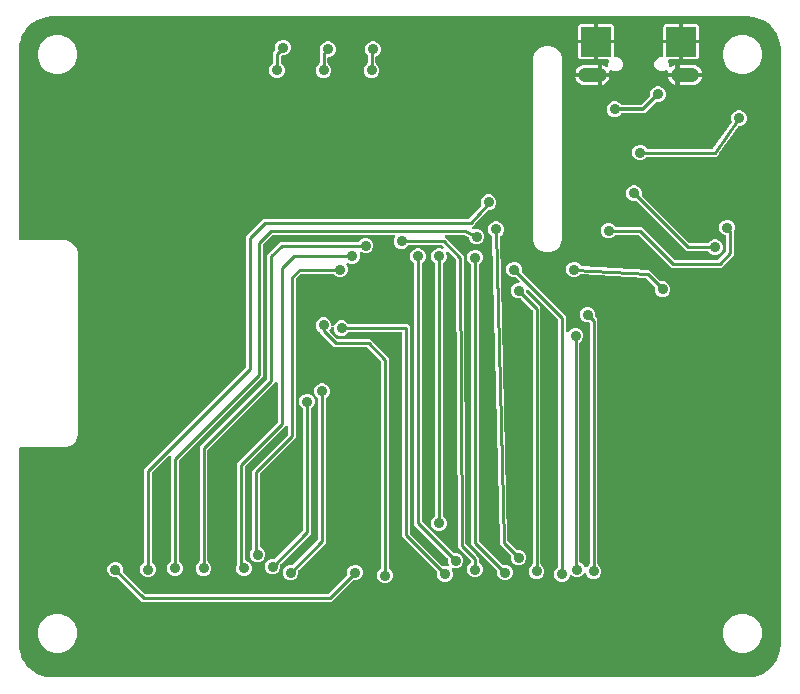
<source format=gbr>
G04 EAGLE Gerber RS-274X export*
G75*
%MOMM*%
%FSLAX34Y34*%
%LPD*%
%INBottom Copper*%
%IPPOS*%
%AMOC8*
5,1,8,0,0,1.08239X$1,22.5*%
G01*
%ADD10R,2.500000X2.500000*%
%ADD11C,1.208000*%
%ADD12C,0.906400*%
%ADD13C,0.254000*%
%ADD14C,0.609600*%
%ADD15C,0.812800*%
%ADD16C,0.304800*%

G36*
X620022Y2693D02*
X620022Y2693D01*
X620100Y2695D01*
X624197Y3017D01*
X624264Y3031D01*
X624333Y3035D01*
X624489Y3075D01*
X632282Y5607D01*
X632390Y5658D01*
X632500Y5701D01*
X632551Y5734D01*
X632570Y5743D01*
X632586Y5756D01*
X632636Y5788D01*
X639265Y10604D01*
X639352Y10685D01*
X639443Y10761D01*
X639482Y10808D01*
X639497Y10822D01*
X639508Y10839D01*
X639546Y10885D01*
X644362Y17514D01*
X644420Y17618D01*
X644483Y17718D01*
X644506Y17775D01*
X644516Y17793D01*
X644521Y17812D01*
X644543Y17868D01*
X647075Y25661D01*
X647088Y25729D01*
X647110Y25794D01*
X647133Y25953D01*
X647455Y30050D01*
X647454Y30072D01*
X647459Y30150D01*
X647459Y535150D01*
X647457Y535172D01*
X647455Y535250D01*
X647133Y539347D01*
X647119Y539414D01*
X647115Y539483D01*
X647075Y539639D01*
X644543Y547432D01*
X644492Y547540D01*
X644449Y547650D01*
X644416Y547701D01*
X644407Y547720D01*
X644394Y547736D01*
X644362Y547786D01*
X639546Y554415D01*
X639465Y554502D01*
X639389Y554593D01*
X639342Y554632D01*
X639328Y554647D01*
X639311Y554658D01*
X639265Y554696D01*
X634196Y558379D01*
X632636Y559512D01*
X632532Y559570D01*
X632432Y559633D01*
X632375Y559656D01*
X632357Y559666D01*
X632338Y559671D01*
X632282Y559693D01*
X624489Y562225D01*
X624421Y562238D01*
X624356Y562260D01*
X624197Y562283D01*
X620100Y562605D01*
X620078Y562604D01*
X620000Y562609D01*
X30000Y562609D01*
X29978Y562607D01*
X29900Y562605D01*
X25803Y562283D01*
X25736Y562269D01*
X25667Y562265D01*
X25511Y562225D01*
X17718Y559693D01*
X17610Y559642D01*
X17500Y559599D01*
X17449Y559566D01*
X17430Y559557D01*
X17414Y559544D01*
X17364Y559512D01*
X10735Y554696D01*
X10648Y554615D01*
X10557Y554539D01*
X10518Y554492D01*
X10503Y554478D01*
X10492Y554461D01*
X10454Y554415D01*
X5638Y547786D01*
X5580Y547682D01*
X5517Y547582D01*
X5494Y547525D01*
X5484Y547507D01*
X5479Y547488D01*
X5457Y547432D01*
X2925Y539639D01*
X2912Y539571D01*
X2890Y539506D01*
X2867Y539347D01*
X2545Y535250D01*
X2546Y535228D01*
X2541Y535150D01*
X2541Y373960D01*
X2556Y373842D01*
X2563Y373723D01*
X2576Y373685D01*
X2581Y373644D01*
X2624Y373534D01*
X2661Y373421D01*
X2683Y373386D01*
X2698Y373349D01*
X2767Y373253D01*
X2831Y373152D01*
X2861Y373124D01*
X2884Y373091D01*
X2976Y373015D01*
X3063Y372934D01*
X3098Y372914D01*
X3129Y372889D01*
X3237Y372838D01*
X3341Y372780D01*
X3381Y372770D01*
X3417Y372753D01*
X3534Y372731D01*
X3649Y372701D01*
X3709Y372697D01*
X3729Y372693D01*
X3750Y372695D01*
X3810Y372691D01*
X42495Y372691D01*
X47104Y370782D01*
X50632Y367254D01*
X52541Y362644D01*
X52541Y207655D01*
X50632Y203046D01*
X47104Y199518D01*
X42495Y197609D01*
X3810Y197609D01*
X3692Y197594D01*
X3573Y197587D01*
X3535Y197574D01*
X3494Y197569D01*
X3384Y197526D01*
X3271Y197489D01*
X3236Y197467D01*
X3199Y197452D01*
X3103Y197383D01*
X3002Y197319D01*
X2974Y197289D01*
X2941Y197266D01*
X2865Y197174D01*
X2784Y197087D01*
X2764Y197052D01*
X2739Y197021D01*
X2688Y196913D01*
X2630Y196809D01*
X2620Y196769D01*
X2603Y196733D01*
X2581Y196616D01*
X2551Y196501D01*
X2547Y196441D01*
X2543Y196421D01*
X2545Y196400D01*
X2541Y196340D01*
X2541Y30150D01*
X2543Y30128D01*
X2545Y30050D01*
X2867Y25953D01*
X2881Y25886D01*
X2885Y25817D01*
X2925Y25661D01*
X5457Y17868D01*
X5508Y17760D01*
X5551Y17650D01*
X5584Y17599D01*
X5593Y17580D01*
X5606Y17564D01*
X5638Y17514D01*
X10454Y10885D01*
X10535Y10798D01*
X10611Y10707D01*
X10658Y10668D01*
X10672Y10653D01*
X10689Y10642D01*
X10735Y10604D01*
X10810Y10549D01*
X17364Y5788D01*
X17468Y5730D01*
X17568Y5667D01*
X17625Y5644D01*
X17643Y5634D01*
X17662Y5629D01*
X17718Y5607D01*
X25511Y3075D01*
X25579Y3062D01*
X25644Y3040D01*
X25803Y3017D01*
X29900Y2695D01*
X29922Y2696D01*
X30000Y2691D01*
X620000Y2691D01*
X620022Y2693D01*
G37*
%LPC*%
G36*
X110454Y87415D02*
X110454Y87415D01*
X108041Y88415D01*
X106195Y90261D01*
X105195Y92674D01*
X105195Y95286D01*
X106195Y97699D01*
X108086Y99589D01*
X108146Y99668D01*
X108214Y99740D01*
X108243Y99793D01*
X108280Y99841D01*
X108320Y99932D01*
X108368Y100018D01*
X108383Y100077D01*
X108407Y100133D01*
X108422Y100231D01*
X108447Y100326D01*
X108453Y100426D01*
X108457Y100447D01*
X108455Y100459D01*
X108457Y100487D01*
X108457Y179168D01*
X194446Y265156D01*
X194506Y265235D01*
X194574Y265307D01*
X194603Y265360D01*
X194640Y265408D01*
X194680Y265499D01*
X194728Y265585D01*
X194743Y265644D01*
X194767Y265699D01*
X194782Y265797D01*
X194807Y265893D01*
X194813Y265993D01*
X194817Y266014D01*
X194815Y266026D01*
X194817Y266054D01*
X194817Y376018D01*
X209452Y390653D01*
X382799Y390653D01*
X382924Y390669D01*
X383050Y390678D01*
X383082Y390688D01*
X383114Y390693D01*
X383232Y390739D01*
X383352Y390779D01*
X383379Y390797D01*
X383410Y390810D01*
X383512Y390884D01*
X383618Y390953D01*
X383653Y390986D01*
X383667Y390996D01*
X383681Y391013D01*
X383734Y391064D01*
X393544Y401766D01*
X393545Y401768D01*
X393547Y401769D01*
X393637Y401897D01*
X393728Y402026D01*
X393729Y402027D01*
X393730Y402029D01*
X393785Y402174D01*
X393842Y402323D01*
X393842Y402324D01*
X393843Y402326D01*
X393860Y402484D01*
X393878Y402639D01*
X393878Y402640D01*
X393878Y402642D01*
X393855Y402801D01*
X393834Y402954D01*
X393834Y402955D01*
X393833Y402957D01*
X393781Y403109D01*
X393485Y403824D01*
X393485Y406436D01*
X394485Y408849D01*
X396331Y410695D01*
X398744Y411695D01*
X401356Y411695D01*
X403769Y410695D01*
X405615Y408849D01*
X406615Y406436D01*
X406615Y403824D01*
X405615Y401411D01*
X403769Y399565D01*
X401356Y398565D01*
X400129Y398565D01*
X400004Y398549D01*
X399878Y398540D01*
X399847Y398530D01*
X399814Y398525D01*
X399696Y398479D01*
X399576Y398439D01*
X399549Y398421D01*
X399518Y398408D01*
X399416Y398334D01*
X399310Y398265D01*
X399275Y398232D01*
X399261Y398222D01*
X399247Y398205D01*
X399194Y398154D01*
X388446Y386429D01*
X388405Y386371D01*
X388356Y386319D01*
X388313Y386242D01*
X388263Y386170D01*
X388239Y386108D01*
X387215Y385085D01*
X387206Y385072D01*
X387177Y385045D01*
X386403Y384200D01*
X386379Y384166D01*
X386348Y384136D01*
X386287Y384036D01*
X386219Y383941D01*
X386204Y383901D01*
X386182Y383865D01*
X386148Y383753D01*
X386106Y383644D01*
X386101Y383602D01*
X386089Y383561D01*
X386083Y383444D01*
X386070Y383328D01*
X386075Y383286D01*
X386073Y383244D01*
X386097Y383129D01*
X386113Y383013D01*
X386129Y382974D01*
X386138Y382932D01*
X386189Y382827D01*
X386234Y382718D01*
X386259Y382685D01*
X386277Y382647D01*
X386354Y382557D01*
X386424Y382463D01*
X386456Y382437D01*
X386484Y382405D01*
X386580Y382337D01*
X386671Y382263D01*
X386709Y382246D01*
X386744Y382222D01*
X386854Y382180D01*
X386960Y382131D01*
X387002Y382124D01*
X387041Y382109D01*
X387158Y382096D01*
X387273Y382075D01*
X387315Y382078D01*
X387357Y382074D01*
X387473Y382090D01*
X387590Y382099D01*
X387630Y382112D01*
X387672Y382118D01*
X387825Y382170D01*
X388584Y382485D01*
X391196Y382485D01*
X393609Y381485D01*
X395455Y379639D01*
X396455Y377226D01*
X396455Y374614D01*
X395455Y372201D01*
X393609Y370355D01*
X391196Y369355D01*
X388584Y369355D01*
X386171Y370355D01*
X384325Y372201D01*
X383325Y374614D01*
X383325Y374725D01*
X383307Y374867D01*
X383293Y375010D01*
X383287Y375025D01*
X383285Y375041D01*
X383233Y375174D01*
X383183Y375309D01*
X383174Y375322D01*
X383168Y375337D01*
X383084Y375453D01*
X383003Y375571D01*
X382991Y375581D01*
X382982Y375594D01*
X382871Y375686D01*
X382763Y375780D01*
X382744Y375790D01*
X382737Y375797D01*
X382720Y375805D01*
X382624Y375861D01*
X379218Y377563D01*
X379167Y377581D01*
X379119Y377608D01*
X379018Y377634D01*
X378918Y377669D01*
X378864Y377673D01*
X378811Y377687D01*
X378651Y377697D01*
X364098Y377697D01*
X363960Y377680D01*
X363821Y377667D01*
X363802Y377660D01*
X363782Y377657D01*
X363653Y377606D01*
X363522Y377559D01*
X363505Y377548D01*
X363487Y377540D01*
X363374Y377459D01*
X363259Y377381D01*
X363246Y377365D01*
X363229Y377354D01*
X363140Y377246D01*
X363048Y377142D01*
X363039Y377124D01*
X363026Y377109D01*
X362967Y376983D01*
X362904Y376859D01*
X362899Y376839D01*
X362891Y376821D01*
X362865Y376685D01*
X362834Y376549D01*
X362835Y376528D01*
X362831Y376509D01*
X362840Y376370D01*
X362844Y376231D01*
X362850Y376211D01*
X362851Y376191D01*
X362894Y376059D01*
X362932Y375925D01*
X362943Y375908D01*
X362949Y375889D01*
X363023Y375771D01*
X363094Y375651D01*
X363112Y375630D01*
X363119Y375620D01*
X363134Y375606D01*
X363200Y375531D01*
X365624Y373106D01*
X378248Y360483D01*
X378249Y360482D01*
X378252Y360478D01*
X379223Y359518D01*
X379223Y358149D01*
X379223Y358147D01*
X379223Y358143D01*
X380483Y116197D01*
X380495Y116102D01*
X380498Y116006D01*
X380516Y115945D01*
X380524Y115882D01*
X380560Y115793D01*
X380587Y115701D01*
X380619Y115646D01*
X380643Y115587D01*
X380700Y115509D01*
X380748Y115427D01*
X380820Y115346D01*
X380831Y115330D01*
X380839Y115324D01*
X380855Y115306D01*
X389616Y106544D01*
X391923Y104238D01*
X391923Y100487D01*
X391935Y100389D01*
X391938Y100290D01*
X391955Y100232D01*
X391963Y100171D01*
X391999Y100079D01*
X392027Y99984D01*
X392057Y99932D01*
X392080Y99876D01*
X392138Y99796D01*
X392188Y99710D01*
X392254Y99635D01*
X392266Y99618D01*
X392276Y99611D01*
X392294Y99589D01*
X394185Y97699D01*
X395185Y95286D01*
X395185Y92674D01*
X394185Y90261D01*
X392339Y88415D01*
X389926Y87415D01*
X387314Y87415D01*
X384901Y88415D01*
X383055Y90261D01*
X382055Y92674D01*
X382055Y95286D01*
X383055Y97699D01*
X384946Y99589D01*
X385006Y99668D01*
X385074Y99740D01*
X385103Y99793D01*
X385140Y99841D01*
X385180Y99932D01*
X385228Y100018D01*
X385243Y100077D01*
X385267Y100133D01*
X385282Y100231D01*
X385307Y100326D01*
X385313Y100426D01*
X385317Y100447D01*
X385315Y100459D01*
X385317Y100487D01*
X385317Y100976D01*
X385305Y101074D01*
X385302Y101173D01*
X385285Y101232D01*
X385277Y101292D01*
X385241Y101384D01*
X385213Y101479D01*
X385183Y101531D01*
X385160Y101587D01*
X385102Y101667D01*
X385052Y101753D01*
X384986Y101828D01*
X384974Y101845D01*
X384964Y101853D01*
X384946Y101874D01*
X374862Y111957D01*
X374861Y111958D01*
X374858Y111961D01*
X373887Y112922D01*
X373887Y114290D01*
X373887Y114293D01*
X373887Y114297D01*
X372627Y356243D01*
X372615Y356338D01*
X372612Y356434D01*
X372594Y356495D01*
X372586Y356558D01*
X372550Y356647D01*
X372523Y356739D01*
X372491Y356794D01*
X372467Y356853D01*
X372410Y356931D01*
X372362Y357013D01*
X372290Y357095D01*
X372279Y357110D01*
X372271Y357116D01*
X372255Y357134D01*
X366410Y362979D01*
X366355Y363022D01*
X366307Y363072D01*
X366230Y363119D01*
X366159Y363174D01*
X366095Y363202D01*
X366036Y363238D01*
X365950Y363264D01*
X365867Y363300D01*
X365798Y363311D01*
X365732Y363332D01*
X365642Y363336D01*
X365553Y363350D01*
X365484Y363343D01*
X365414Y363347D01*
X365326Y363329D01*
X365237Y363320D01*
X365171Y363296D01*
X365103Y363282D01*
X365022Y363243D01*
X364937Y363213D01*
X364879Y363173D01*
X364817Y363143D01*
X364749Y363084D01*
X364674Y363034D01*
X364628Y362982D01*
X364575Y362936D01*
X364523Y362863D01*
X364464Y362796D01*
X364432Y362733D01*
X364392Y362676D01*
X364360Y362592D01*
X364319Y362512D01*
X364304Y362444D01*
X364279Y362379D01*
X364269Y362290D01*
X364249Y362202D01*
X364252Y362132D01*
X364244Y362063D01*
X364256Y361974D01*
X364259Y361884D01*
X364279Y361817D01*
X364288Y361748D01*
X364340Y361596D01*
X364705Y360716D01*
X364705Y358104D01*
X363705Y355691D01*
X361814Y353801D01*
X361754Y353722D01*
X361686Y353650D01*
X361657Y353597D01*
X361620Y353549D01*
X361580Y353458D01*
X361532Y353372D01*
X361517Y353313D01*
X361493Y353257D01*
X361478Y353159D01*
X361453Y353064D01*
X361447Y352964D01*
X361443Y352943D01*
X361445Y352931D01*
X361443Y352903D01*
X361443Y139857D01*
X361455Y139759D01*
X361458Y139660D01*
X361475Y139602D01*
X361483Y139541D01*
X361519Y139449D01*
X361547Y139354D01*
X361577Y139302D01*
X361600Y139246D01*
X361658Y139166D01*
X361708Y139080D01*
X361774Y139005D01*
X361786Y138988D01*
X361796Y138981D01*
X361814Y138959D01*
X363705Y137069D01*
X364705Y134656D01*
X364705Y132044D01*
X363705Y129631D01*
X361859Y127785D01*
X359446Y126785D01*
X356834Y126785D01*
X354421Y127785D01*
X352575Y129631D01*
X351575Y132044D01*
X351575Y134656D01*
X352575Y137069D01*
X354466Y138959D01*
X354526Y139038D01*
X354594Y139110D01*
X354623Y139163D01*
X354660Y139211D01*
X354700Y139302D01*
X354748Y139388D01*
X354763Y139447D01*
X354787Y139503D01*
X354802Y139601D01*
X354827Y139696D01*
X354833Y139796D01*
X354837Y139817D01*
X354835Y139829D01*
X354837Y139857D01*
X354837Y352903D01*
X354825Y353001D01*
X354822Y353100D01*
X354805Y353158D01*
X354797Y353219D01*
X354761Y353311D01*
X354733Y353406D01*
X354703Y353458D01*
X354680Y353514D01*
X354622Y353594D01*
X354572Y353680D01*
X354506Y353755D01*
X354494Y353772D01*
X354484Y353779D01*
X354466Y353801D01*
X352575Y355691D01*
X351575Y358104D01*
X351575Y360716D01*
X352575Y363129D01*
X354421Y364975D01*
X356834Y365975D01*
X359446Y365975D01*
X360326Y365610D01*
X360393Y365592D01*
X360457Y365564D01*
X360546Y365550D01*
X360632Y365526D01*
X360702Y365525D01*
X360771Y365514D01*
X360860Y365523D01*
X360950Y365521D01*
X361018Y365538D01*
X361088Y365544D01*
X361172Y365574D01*
X361260Y365595D01*
X361321Y365628D01*
X361387Y365652D01*
X361461Y365702D01*
X361541Y365744D01*
X361592Y365791D01*
X361650Y365830D01*
X361710Y365898D01*
X361776Y365958D01*
X361814Y366016D01*
X361861Y366069D01*
X361901Y366149D01*
X361951Y366224D01*
X361973Y366290D01*
X362005Y366352D01*
X362025Y366440D01*
X362054Y366525D01*
X362060Y366594D01*
X362075Y366662D01*
X362072Y366752D01*
X362079Y366842D01*
X362067Y366910D01*
X362065Y366980D01*
X362040Y367067D01*
X362025Y367155D01*
X361996Y367219D01*
X361977Y367286D01*
X361931Y367363D01*
X361894Y367445D01*
X361851Y367499D01*
X361815Y367560D01*
X361709Y367680D01*
X360954Y368436D01*
X360876Y368496D01*
X360803Y368564D01*
X360750Y368593D01*
X360702Y368630D01*
X360612Y368670D01*
X360525Y368718D01*
X360466Y368733D01*
X360411Y368757D01*
X360313Y368772D01*
X360217Y368797D01*
X360117Y368803D01*
X360096Y368807D01*
X360084Y368805D01*
X360056Y368807D01*
X332897Y368807D01*
X332799Y368795D01*
X332700Y368792D01*
X332641Y368775D01*
X332581Y368767D01*
X332489Y368731D01*
X332394Y368703D01*
X332342Y368673D01*
X332286Y368650D01*
X332206Y368592D01*
X332120Y368542D01*
X332045Y368476D01*
X332028Y368464D01*
X332021Y368454D01*
X331999Y368436D01*
X330109Y366545D01*
X327696Y365545D01*
X325084Y365545D01*
X322671Y366545D01*
X320825Y368391D01*
X319825Y370804D01*
X319825Y373416D01*
X320872Y375942D01*
X320885Y375990D01*
X320906Y376035D01*
X320927Y376143D01*
X320956Y376249D01*
X320957Y376299D01*
X320966Y376348D01*
X320959Y376457D01*
X320961Y376567D01*
X320949Y376615D01*
X320946Y376665D01*
X320912Y376769D01*
X320887Y376876D01*
X320863Y376920D01*
X320848Y376967D01*
X320789Y377060D01*
X320738Y377157D01*
X320705Y377194D01*
X320678Y377236D01*
X320598Y377311D01*
X320524Y377393D01*
X320483Y377420D01*
X320446Y377454D01*
X320350Y377507D01*
X320258Y377567D01*
X320211Y377584D01*
X320168Y377608D01*
X320062Y377635D01*
X319957Y377671D01*
X319908Y377675D01*
X319860Y377687D01*
X319699Y377697D01*
X217794Y377697D01*
X217696Y377685D01*
X217597Y377682D01*
X217538Y377665D01*
X217478Y377657D01*
X217386Y377621D01*
X217291Y377593D01*
X217239Y377563D01*
X217183Y377540D01*
X217103Y377482D01*
X217017Y377432D01*
X216942Y377366D01*
X216925Y377354D01*
X216917Y377344D01*
X216896Y377326D01*
X209414Y369844D01*
X209354Y369765D01*
X209286Y369693D01*
X209257Y369640D01*
X209220Y369592D01*
X209180Y369501D01*
X209132Y369415D01*
X209117Y369356D01*
X209093Y369301D01*
X209078Y369203D01*
X209053Y369107D01*
X209047Y369007D01*
X209043Y368986D01*
X209045Y368974D01*
X209043Y368946D01*
X209043Y257712D01*
X138294Y186964D01*
X138234Y186885D01*
X138166Y186813D01*
X138137Y186760D01*
X138100Y186712D01*
X138060Y186621D01*
X138012Y186535D01*
X137997Y186476D01*
X137973Y186421D01*
X137958Y186323D01*
X137933Y186227D01*
X137927Y186127D01*
X137923Y186106D01*
X137925Y186094D01*
X137923Y186066D01*
X137923Y101757D01*
X137935Y101659D01*
X137938Y101560D01*
X137955Y101502D01*
X137963Y101441D01*
X137999Y101349D01*
X138027Y101254D01*
X138057Y101202D01*
X138080Y101146D01*
X138138Y101066D01*
X138188Y100980D01*
X138254Y100905D01*
X138266Y100888D01*
X138276Y100881D01*
X138294Y100859D01*
X140185Y98969D01*
X141185Y96556D01*
X141185Y93944D01*
X140185Y91531D01*
X138339Y89685D01*
X135926Y88685D01*
X133314Y88685D01*
X130901Y89685D01*
X129055Y91531D01*
X128055Y93944D01*
X128055Y96556D01*
X129055Y98969D01*
X130946Y100859D01*
X131006Y100938D01*
X131074Y101010D01*
X131103Y101063D01*
X131140Y101111D01*
X131180Y101202D01*
X131228Y101288D01*
X131243Y101347D01*
X131267Y101403D01*
X131282Y101501D01*
X131307Y101596D01*
X131313Y101696D01*
X131317Y101717D01*
X131315Y101729D01*
X131317Y101757D01*
X131317Y189622D01*
X131300Y189760D01*
X131287Y189899D01*
X131280Y189918D01*
X131277Y189938D01*
X131226Y190067D01*
X131179Y190198D01*
X131168Y190215D01*
X131160Y190233D01*
X131079Y190346D01*
X131001Y190461D01*
X130985Y190474D01*
X130974Y190491D01*
X130866Y190579D01*
X130762Y190672D01*
X130744Y190681D01*
X130729Y190694D01*
X130603Y190753D01*
X130479Y190816D01*
X130459Y190821D01*
X130441Y190829D01*
X130305Y190855D01*
X130169Y190886D01*
X130148Y190885D01*
X130129Y190889D01*
X129990Y190880D01*
X129851Y190876D01*
X129831Y190870D01*
X129811Y190869D01*
X129679Y190826D01*
X129545Y190788D01*
X129528Y190777D01*
X129509Y190771D01*
X129391Y190697D01*
X129271Y190626D01*
X129250Y190608D01*
X129240Y190601D01*
X129226Y190586D01*
X129151Y190520D01*
X115434Y176804D01*
X115374Y176725D01*
X115306Y176653D01*
X115277Y176600D01*
X115240Y176552D01*
X115200Y176461D01*
X115152Y176375D01*
X115137Y176316D01*
X115113Y176261D01*
X115098Y176163D01*
X115073Y176067D01*
X115067Y175967D01*
X115063Y175946D01*
X115065Y175934D01*
X115063Y175906D01*
X115063Y100487D01*
X115075Y100389D01*
X115078Y100290D01*
X115095Y100232D01*
X115103Y100171D01*
X115139Y100079D01*
X115167Y99984D01*
X115197Y99932D01*
X115220Y99876D01*
X115278Y99796D01*
X115328Y99710D01*
X115394Y99635D01*
X115406Y99618D01*
X115416Y99611D01*
X115434Y99589D01*
X117325Y97699D01*
X118325Y95286D01*
X118325Y92674D01*
X117325Y90261D01*
X115479Y88415D01*
X113066Y87415D01*
X110454Y87415D01*
G37*
%LPD*%
%LPC*%
G36*
X157444Y88685D02*
X157444Y88685D01*
X155031Y89685D01*
X153185Y91531D01*
X152185Y93944D01*
X152185Y96556D01*
X153185Y98969D01*
X155076Y100859D01*
X155136Y100938D01*
X155204Y101010D01*
X155233Y101063D01*
X155270Y101111D01*
X155310Y101202D01*
X155358Y101288D01*
X155373Y101347D01*
X155397Y101403D01*
X155412Y101501D01*
X155437Y101596D01*
X155443Y101696D01*
X155447Y101717D01*
X155445Y101729D01*
X155447Y101757D01*
X155447Y198218D01*
X212226Y254996D01*
X212286Y255075D01*
X212354Y255147D01*
X212383Y255200D01*
X212420Y255248D01*
X212460Y255339D01*
X212508Y255425D01*
X212523Y255484D01*
X212547Y255539D01*
X212562Y255637D01*
X212587Y255733D01*
X212593Y255833D01*
X212597Y255854D01*
X212595Y255866D01*
X212597Y255894D01*
X212597Y360778D01*
X223422Y371603D01*
X289403Y371603D01*
X289501Y371615D01*
X289600Y371618D01*
X289658Y371635D01*
X289719Y371643D01*
X289811Y371679D01*
X289906Y371707D01*
X289958Y371737D01*
X290014Y371760D01*
X290094Y371818D01*
X290180Y371868D01*
X290255Y371934D01*
X290272Y371946D01*
X290279Y371956D01*
X290301Y371974D01*
X292191Y373865D01*
X294604Y374865D01*
X297216Y374865D01*
X299629Y373865D01*
X301475Y372019D01*
X302475Y369606D01*
X302475Y366994D01*
X301475Y364581D01*
X299629Y362735D01*
X297216Y361735D01*
X294604Y361735D01*
X292629Y362554D01*
X292494Y362590D01*
X292362Y362631D01*
X292342Y362632D01*
X292322Y362637D01*
X292183Y362640D01*
X292044Y362646D01*
X292024Y362642D01*
X292004Y362643D01*
X291868Y362610D01*
X291733Y362582D01*
X291715Y362573D01*
X291695Y362568D01*
X291571Y362503D01*
X291447Y362442D01*
X291432Y362429D01*
X291414Y362420D01*
X291311Y362326D01*
X291205Y362236D01*
X291193Y362219D01*
X291178Y362206D01*
X291102Y362089D01*
X291022Y361976D01*
X291015Y361957D01*
X291004Y361940D01*
X290958Y361808D01*
X290909Y361678D01*
X290907Y361658D01*
X290900Y361639D01*
X290889Y361501D01*
X290874Y361362D01*
X290877Y361342D01*
X290875Y361322D01*
X290899Y361185D01*
X290918Y361048D01*
X290927Y361021D01*
X290930Y361009D01*
X290938Y360990D01*
X290970Y360895D01*
X291045Y360716D01*
X291045Y358104D01*
X290045Y355691D01*
X288199Y353845D01*
X285786Y352845D01*
X283174Y352845D01*
X281462Y353555D01*
X281328Y353591D01*
X281195Y353632D01*
X281175Y353633D01*
X281155Y353638D01*
X281016Y353641D01*
X280877Y353647D01*
X280857Y353643D01*
X280837Y353644D01*
X280701Y353611D01*
X280566Y353583D01*
X280548Y353574D01*
X280528Y353569D01*
X280404Y353504D01*
X280280Y353443D01*
X280265Y353430D01*
X280247Y353421D01*
X280144Y353327D01*
X280038Y353237D01*
X280026Y353220D01*
X280011Y353207D01*
X279935Y353090D01*
X279855Y352977D01*
X279848Y352958D01*
X279837Y352941D01*
X279791Y352809D01*
X279742Y352680D01*
X279740Y352659D01*
X279733Y352640D01*
X279722Y352501D01*
X279707Y352363D01*
X279710Y352343D01*
X279708Y352323D01*
X279732Y352186D01*
X279751Y352049D01*
X279760Y352022D01*
X279763Y352010D01*
X279771Y351991D01*
X279803Y351896D01*
X280885Y349286D01*
X280885Y346674D01*
X279885Y344261D01*
X278039Y342415D01*
X275626Y341415D01*
X273014Y341415D01*
X270601Y342415D01*
X268711Y344306D01*
X268632Y344366D01*
X268560Y344434D01*
X268507Y344463D01*
X268459Y344500D01*
X268368Y344540D01*
X268282Y344588D01*
X268223Y344603D01*
X268167Y344627D01*
X268069Y344642D01*
X267974Y344667D01*
X267874Y344673D01*
X267853Y344677D01*
X267841Y344675D01*
X267813Y344677D01*
X241924Y344677D01*
X241826Y344665D01*
X241727Y344662D01*
X241668Y344645D01*
X241608Y344637D01*
X241516Y344601D01*
X241421Y344573D01*
X241369Y344543D01*
X241313Y344520D01*
X241233Y344462D01*
X241147Y344412D01*
X241072Y344346D01*
X241055Y344334D01*
X241047Y344324D01*
X241026Y344306D01*
X237354Y340634D01*
X237294Y340555D01*
X237226Y340483D01*
X237197Y340430D01*
X237160Y340382D01*
X237120Y340291D01*
X237072Y340205D01*
X237057Y340146D01*
X237033Y340091D01*
X237018Y339993D01*
X236993Y339897D01*
X236987Y339797D01*
X236983Y339776D01*
X236985Y339764D01*
X236983Y339736D01*
X236983Y205642D01*
X206874Y175534D01*
X206814Y175455D01*
X206746Y175383D01*
X206717Y175330D01*
X206680Y175282D01*
X206640Y175191D01*
X206592Y175105D01*
X206577Y175046D01*
X206553Y174991D01*
X206538Y174893D01*
X206513Y174797D01*
X206507Y174697D01*
X206503Y174676D01*
X206505Y174664D01*
X206503Y174636D01*
X206503Y113792D01*
X206506Y113762D01*
X206504Y113733D01*
X206526Y113605D01*
X206543Y113476D01*
X206553Y113449D01*
X206558Y113420D01*
X206612Y113301D01*
X206660Y113180D01*
X206677Y113157D01*
X206689Y113130D01*
X206770Y113028D01*
X206846Y112923D01*
X206869Y112904D01*
X206888Y112881D01*
X206991Y112803D01*
X207091Y112720D01*
X207118Y112708D01*
X207142Y112690D01*
X207286Y112619D01*
X208189Y112245D01*
X210035Y110399D01*
X211035Y107986D01*
X211035Y105374D01*
X210035Y102961D01*
X208189Y101115D01*
X205776Y100115D01*
X203164Y100115D01*
X200751Y101115D01*
X198905Y102961D01*
X197905Y105374D01*
X197905Y107986D01*
X198905Y110399D01*
X199526Y111019D01*
X199586Y111098D01*
X199654Y111170D01*
X199683Y111223D01*
X199720Y111271D01*
X199760Y111362D01*
X199808Y111448D01*
X199823Y111507D01*
X199847Y111563D01*
X199862Y111661D01*
X199887Y111756D01*
X199893Y111856D01*
X199897Y111877D01*
X199895Y111889D01*
X199897Y111917D01*
X199897Y177898D01*
X230006Y208006D01*
X230066Y208085D01*
X230134Y208157D01*
X230163Y208210D01*
X230200Y208258D01*
X230240Y208349D01*
X230288Y208435D01*
X230303Y208494D01*
X230327Y208549D01*
X230342Y208647D01*
X230367Y208743D01*
X230373Y208843D01*
X230377Y208864D01*
X230375Y208876D01*
X230377Y208904D01*
X230377Y215022D01*
X230360Y215160D01*
X230347Y215299D01*
X230340Y215318D01*
X230337Y215338D01*
X230286Y215467D01*
X230239Y215598D01*
X230228Y215615D01*
X230220Y215633D01*
X230139Y215746D01*
X230061Y215861D01*
X230045Y215874D01*
X230034Y215891D01*
X229926Y215979D01*
X229822Y216072D01*
X229804Y216081D01*
X229789Y216094D01*
X229663Y216153D01*
X229539Y216216D01*
X229519Y216221D01*
X229501Y216229D01*
X229365Y216255D01*
X229229Y216286D01*
X229208Y216285D01*
X229189Y216289D01*
X229050Y216280D01*
X228911Y216276D01*
X228891Y216270D01*
X228871Y216269D01*
X228739Y216226D01*
X228605Y216188D01*
X228588Y216177D01*
X228569Y216171D01*
X228451Y216097D01*
X228331Y216026D01*
X228310Y216008D01*
X228300Y216001D01*
X228286Y215986D01*
X228211Y215920D01*
X194174Y181884D01*
X194114Y181805D01*
X194046Y181733D01*
X194017Y181680D01*
X193980Y181632D01*
X193940Y181541D01*
X193892Y181455D01*
X193877Y181396D01*
X193853Y181341D01*
X193838Y181243D01*
X193813Y181147D01*
X193807Y181047D01*
X193803Y181026D01*
X193805Y181014D01*
X193803Y180986D01*
X193803Y102888D01*
X193806Y102859D01*
X193804Y102829D01*
X193826Y102701D01*
X193843Y102572D01*
X193853Y102545D01*
X193858Y102516D01*
X193912Y102397D01*
X193960Y102277D01*
X193977Y102253D01*
X193989Y102226D01*
X194070Y102124D01*
X194146Y102019D01*
X194169Y102000D01*
X194188Y101977D01*
X194291Y101899D01*
X194391Y101816D01*
X194418Y101804D01*
X194442Y101786D01*
X194586Y101715D01*
X196759Y100815D01*
X198605Y98969D01*
X199605Y96556D01*
X199605Y93944D01*
X198605Y91531D01*
X196759Y89685D01*
X194346Y88685D01*
X191734Y88685D01*
X189321Y89685D01*
X187475Y91531D01*
X186475Y93944D01*
X186475Y96556D01*
X187101Y98066D01*
X187103Y98075D01*
X187108Y98083D01*
X187145Y98228D01*
X187185Y98372D01*
X187185Y98382D01*
X187187Y98391D01*
X187197Y98551D01*
X187197Y184248D01*
X221116Y218166D01*
X221176Y218245D01*
X221244Y218317D01*
X221273Y218370D01*
X221310Y218418D01*
X221350Y218509D01*
X221398Y218595D01*
X221413Y218654D01*
X221437Y218709D01*
X221452Y218807D01*
X221477Y218903D01*
X221483Y219003D01*
X221487Y219024D01*
X221485Y219036D01*
X221487Y219064D01*
X221487Y251852D01*
X221470Y251990D01*
X221457Y252129D01*
X221450Y252148D01*
X221447Y252168D01*
X221396Y252297D01*
X221349Y252428D01*
X221338Y252445D01*
X221330Y252463D01*
X221249Y252576D01*
X221171Y252691D01*
X221155Y252704D01*
X221144Y252721D01*
X221036Y252809D01*
X220932Y252902D01*
X220914Y252911D01*
X220899Y252924D01*
X220773Y252983D01*
X220649Y253046D01*
X220629Y253051D01*
X220611Y253059D01*
X220475Y253085D01*
X220339Y253116D01*
X220318Y253115D01*
X220299Y253119D01*
X220160Y253110D01*
X220021Y253106D01*
X220001Y253100D01*
X219981Y253099D01*
X219849Y253056D01*
X219715Y253018D01*
X219698Y253007D01*
X219679Y253001D01*
X219561Y252927D01*
X219441Y252856D01*
X219420Y252838D01*
X219410Y252831D01*
X219396Y252816D01*
X219321Y252750D01*
X162424Y195854D01*
X162364Y195775D01*
X162296Y195703D01*
X162267Y195650D01*
X162230Y195602D01*
X162190Y195511D01*
X162142Y195425D01*
X162127Y195366D01*
X162103Y195311D01*
X162088Y195213D01*
X162063Y195117D01*
X162057Y195017D01*
X162053Y194996D01*
X162055Y194984D01*
X162053Y194956D01*
X162053Y101757D01*
X162065Y101659D01*
X162068Y101560D01*
X162085Y101502D01*
X162093Y101441D01*
X162129Y101349D01*
X162157Y101254D01*
X162187Y101202D01*
X162210Y101146D01*
X162268Y101066D01*
X162318Y100980D01*
X162384Y100905D01*
X162396Y100888D01*
X162406Y100881D01*
X162424Y100859D01*
X164315Y98969D01*
X165315Y96556D01*
X165315Y93944D01*
X164315Y91531D01*
X162469Y89685D01*
X160056Y88685D01*
X157444Y88685D01*
G37*
%LPD*%
%LPC*%
G36*
X460974Y83605D02*
X460974Y83605D01*
X458561Y84605D01*
X456715Y86451D01*
X455715Y88864D01*
X455715Y91476D01*
X456715Y93889D01*
X458606Y95779D01*
X458666Y95858D01*
X458734Y95930D01*
X458763Y95983D01*
X458800Y96031D01*
X458840Y96122D01*
X458888Y96208D01*
X458903Y96267D01*
X458927Y96323D01*
X458942Y96421D01*
X458967Y96516D01*
X458973Y96616D01*
X458977Y96637D01*
X458975Y96649D01*
X458977Y96677D01*
X458977Y305446D01*
X458965Y305544D01*
X458962Y305643D01*
X458945Y305702D01*
X458937Y305762D01*
X458901Y305854D01*
X458873Y305949D01*
X458843Y306001D01*
X458820Y306057D01*
X458762Y306137D01*
X458712Y306223D01*
X458646Y306298D01*
X458634Y306315D01*
X458624Y306323D01*
X458606Y306344D01*
X434181Y330768D01*
X434072Y330853D01*
X433965Y330942D01*
X433946Y330950D01*
X433930Y330963D01*
X433802Y331018D01*
X433677Y331077D01*
X433657Y331081D01*
X433638Y331089D01*
X433500Y331111D01*
X433364Y331137D01*
X433344Y331136D01*
X433324Y331139D01*
X433185Y331126D01*
X433047Y331117D01*
X433028Y331111D01*
X433008Y331109D01*
X432876Y331062D01*
X432745Y331019D01*
X432727Y331008D01*
X432708Y331001D01*
X432593Y330923D01*
X432476Y330849D01*
X432462Y330834D01*
X432445Y330823D01*
X432353Y330719D01*
X432258Y330617D01*
X432248Y330600D01*
X432235Y330584D01*
X432171Y330461D01*
X432104Y330339D01*
X432099Y330319D01*
X432090Y330301D01*
X432060Y330165D01*
X432025Y330031D01*
X432023Y330003D01*
X432020Y329991D01*
X432021Y329970D01*
X432015Y329870D01*
X432015Y328832D01*
X432027Y328734D01*
X432030Y328635D01*
X432047Y328576D01*
X432055Y328516D01*
X432091Y328424D01*
X432119Y328329D01*
X432149Y328277D01*
X432172Y328221D01*
X432230Y328141D01*
X432280Y328055D01*
X432346Y327980D01*
X432358Y327963D01*
X432368Y327955D01*
X432386Y327934D01*
X443993Y316328D01*
X443993Y99217D01*
X444005Y99119D01*
X444008Y99020D01*
X444025Y98962D01*
X444033Y98901D01*
X444069Y98809D01*
X444097Y98714D01*
X444127Y98662D01*
X444150Y98606D01*
X444208Y98526D01*
X444258Y98440D01*
X444324Y98365D01*
X444336Y98348D01*
X444346Y98341D01*
X444364Y98319D01*
X446255Y96429D01*
X447255Y94016D01*
X447255Y91404D01*
X446255Y88991D01*
X444409Y87145D01*
X441996Y86145D01*
X439384Y86145D01*
X436971Y87145D01*
X435125Y88991D01*
X434125Y91404D01*
X434125Y94016D01*
X435125Y96429D01*
X437016Y98319D01*
X437076Y98398D01*
X437144Y98470D01*
X437173Y98523D01*
X437210Y98571D01*
X437250Y98662D01*
X437298Y98748D01*
X437313Y98807D01*
X437337Y98863D01*
X437352Y98961D01*
X437377Y99056D01*
X437383Y99156D01*
X437387Y99177D01*
X437385Y99189D01*
X437387Y99217D01*
X437387Y313066D01*
X437375Y313164D01*
X437372Y313263D01*
X437355Y313322D01*
X437347Y313382D01*
X437311Y313474D01*
X437283Y313569D01*
X437253Y313621D01*
X437230Y313677D01*
X437172Y313757D01*
X437122Y313843D01*
X437056Y313918D01*
X437044Y313935D01*
X437034Y313943D01*
X437016Y313964D01*
X427716Y323264D01*
X427637Y323324D01*
X427565Y323392D01*
X427512Y323421D01*
X427464Y323458D01*
X427373Y323498D01*
X427287Y323546D01*
X427228Y323561D01*
X427173Y323585D01*
X427075Y323600D01*
X426979Y323625D01*
X426879Y323631D01*
X426858Y323635D01*
X426846Y323633D01*
X426818Y323635D01*
X424144Y323635D01*
X421731Y324635D01*
X419885Y326481D01*
X418885Y328894D01*
X418885Y331506D01*
X419885Y333919D01*
X421731Y335765D01*
X424144Y336765D01*
X425120Y336765D01*
X425258Y336782D01*
X425397Y336795D01*
X425416Y336802D01*
X425436Y336805D01*
X425565Y336856D01*
X425696Y336903D01*
X425713Y336914D01*
X425731Y336922D01*
X425844Y337003D01*
X425959Y337081D01*
X425972Y337097D01*
X425989Y337108D01*
X426078Y337216D01*
X426170Y337320D01*
X426179Y337338D01*
X426192Y337353D01*
X426251Y337479D01*
X426314Y337603D01*
X426319Y337623D01*
X426327Y337641D01*
X426353Y337777D01*
X426384Y337913D01*
X426383Y337934D01*
X426387Y337953D01*
X426378Y338092D01*
X426374Y338231D01*
X426368Y338251D01*
X426367Y338271D01*
X426324Y338403D01*
X426286Y338537D01*
X426275Y338554D01*
X426269Y338573D01*
X426195Y338691D01*
X426124Y338811D01*
X426106Y338832D01*
X426099Y338842D01*
X426084Y338856D01*
X426018Y338931D01*
X423906Y341044D01*
X423827Y341104D01*
X423755Y341172D01*
X423702Y341201D01*
X423654Y341238D01*
X423563Y341278D01*
X423477Y341326D01*
X423418Y341341D01*
X423363Y341365D01*
X423265Y341380D01*
X423169Y341405D01*
X423069Y341411D01*
X423049Y341415D01*
X423036Y341413D01*
X423008Y341415D01*
X420334Y341415D01*
X417921Y342415D01*
X416075Y344261D01*
X415075Y346674D01*
X415075Y349286D01*
X416075Y351699D01*
X417921Y353545D01*
X420334Y354545D01*
X422946Y354545D01*
X425359Y353545D01*
X427205Y351699D01*
X428205Y349286D01*
X428205Y346612D01*
X428217Y346514D01*
X428220Y346415D01*
X428237Y346356D01*
X428245Y346296D01*
X428281Y346204D01*
X428309Y346109D01*
X428339Y346057D01*
X428362Y346001D01*
X428420Y345921D01*
X428470Y345835D01*
X428536Y345760D01*
X428548Y345743D01*
X428558Y345735D01*
X428576Y345714D01*
X463276Y311014D01*
X465583Y308708D01*
X465583Y296014D01*
X465591Y295945D01*
X465590Y295875D01*
X465611Y295788D01*
X465623Y295699D01*
X465648Y295634D01*
X465665Y295566D01*
X465707Y295487D01*
X465740Y295403D01*
X465781Y295347D01*
X465813Y295285D01*
X465874Y295219D01*
X465926Y295146D01*
X465980Y295101D01*
X466027Y295050D01*
X466102Y295000D01*
X466171Y294943D01*
X466235Y294913D01*
X466293Y294875D01*
X466378Y294846D01*
X466459Y294807D01*
X466528Y294794D01*
X466594Y294772D01*
X466683Y294765D01*
X466771Y294748D01*
X466841Y294752D01*
X466911Y294747D01*
X466999Y294762D01*
X467089Y294767D01*
X467155Y294789D01*
X467224Y294801D01*
X467306Y294838D01*
X467391Y294865D01*
X467450Y294903D01*
X467514Y294932D01*
X467584Y294988D01*
X467660Y295036D01*
X467708Y295087D01*
X467762Y295130D01*
X467816Y295202D01*
X467878Y295267D01*
X467912Y295328D01*
X467954Y295384D01*
X468025Y295529D01*
X468145Y295819D01*
X469991Y297665D01*
X472404Y298665D01*
X475016Y298665D01*
X477429Y297665D01*
X479275Y295819D01*
X480275Y293406D01*
X480275Y290794D01*
X479275Y288381D01*
X477384Y286491D01*
X477324Y286412D01*
X477256Y286340D01*
X477227Y286287D01*
X477190Y286239D01*
X477150Y286148D01*
X477102Y286062D01*
X477087Y286003D01*
X477063Y285947D01*
X477048Y285849D01*
X477023Y285754D01*
X477017Y285654D01*
X477013Y285633D01*
X477015Y285621D01*
X477013Y285593D01*
X477013Y101092D01*
X477016Y101062D01*
X477014Y101033D01*
X477036Y100905D01*
X477053Y100776D01*
X477063Y100749D01*
X477068Y100720D01*
X477122Y100601D01*
X477170Y100480D01*
X477187Y100457D01*
X477199Y100430D01*
X477280Y100328D01*
X477356Y100223D01*
X477379Y100204D01*
X477398Y100181D01*
X477501Y100103D01*
X477601Y100020D01*
X477628Y100008D01*
X477652Y99990D01*
X477796Y99919D01*
X478699Y99545D01*
X480545Y97699D01*
X481055Y96467D01*
X481124Y96346D01*
X481189Y96223D01*
X481203Y96208D01*
X481213Y96191D01*
X481310Y96091D01*
X481403Y95988D01*
X481420Y95977D01*
X481434Y95962D01*
X481553Y95890D01*
X481669Y95813D01*
X481688Y95807D01*
X481705Y95796D01*
X481838Y95755D01*
X481970Y95710D01*
X481990Y95709D01*
X482009Y95703D01*
X482149Y95696D01*
X482287Y95685D01*
X482307Y95688D01*
X482327Y95687D01*
X482464Y95716D01*
X482600Y95739D01*
X482619Y95748D01*
X482638Y95752D01*
X482763Y95813D01*
X482890Y95870D01*
X482906Y95883D01*
X482924Y95891D01*
X483030Y95981D01*
X483139Y96069D01*
X483151Y96085D01*
X483166Y96098D01*
X483246Y96211D01*
X483330Y96323D01*
X483342Y96348D01*
X483349Y96358D01*
X483356Y96377D01*
X483379Y96423D01*
X485276Y98319D01*
X485336Y98398D01*
X485404Y98470D01*
X485433Y98523D01*
X485470Y98571D01*
X485510Y98662D01*
X485558Y98748D01*
X485573Y98807D01*
X485597Y98863D01*
X485612Y98961D01*
X485637Y99056D01*
X485643Y99156D01*
X485647Y99177D01*
X485645Y99189D01*
X485647Y99217D01*
X485647Y302046D01*
X485632Y302164D01*
X485625Y302283D01*
X485612Y302321D01*
X485607Y302362D01*
X485564Y302472D01*
X485527Y302585D01*
X485505Y302620D01*
X485490Y302657D01*
X485421Y302753D01*
X485357Y302854D01*
X485327Y302882D01*
X485304Y302915D01*
X485212Y302991D01*
X485125Y303072D01*
X485090Y303092D01*
X485059Y303117D01*
X484951Y303168D01*
X484847Y303226D01*
X484807Y303236D01*
X484771Y303253D01*
X484654Y303275D01*
X484539Y303305D01*
X484479Y303309D01*
X484459Y303313D01*
X484438Y303311D01*
X484378Y303315D01*
X482564Y303315D01*
X480151Y304315D01*
X478305Y306161D01*
X477305Y308574D01*
X477305Y311186D01*
X478305Y313599D01*
X480151Y315445D01*
X482564Y316445D01*
X485176Y316445D01*
X487589Y315445D01*
X489435Y313599D01*
X490435Y311186D01*
X490435Y308512D01*
X490447Y308414D01*
X490450Y308315D01*
X490467Y308256D01*
X490475Y308196D01*
X490511Y308104D01*
X490539Y308009D01*
X490569Y307957D01*
X490592Y307901D01*
X490650Y307821D01*
X490700Y307735D01*
X490766Y307660D01*
X490778Y307643D01*
X490788Y307635D01*
X490806Y307614D01*
X492253Y306168D01*
X492253Y99217D01*
X492265Y99119D01*
X492268Y99020D01*
X492285Y98962D01*
X492293Y98901D01*
X492329Y98809D01*
X492357Y98714D01*
X492387Y98662D01*
X492410Y98606D01*
X492468Y98526D01*
X492518Y98440D01*
X492584Y98365D01*
X492596Y98348D01*
X492606Y98341D01*
X492624Y98319D01*
X494515Y96429D01*
X495515Y94016D01*
X495515Y91404D01*
X494515Y88991D01*
X492669Y87145D01*
X490256Y86145D01*
X487644Y86145D01*
X485231Y87145D01*
X483385Y88991D01*
X482875Y90223D01*
X482806Y90344D01*
X482741Y90467D01*
X482727Y90482D01*
X482717Y90499D01*
X482620Y90599D01*
X482527Y90702D01*
X482510Y90713D01*
X482496Y90728D01*
X482377Y90800D01*
X482261Y90877D01*
X482242Y90883D01*
X482225Y90894D01*
X482092Y90935D01*
X481960Y90980D01*
X481940Y90981D01*
X481921Y90987D01*
X481781Y90994D01*
X481643Y91005D01*
X481623Y91002D01*
X481603Y91003D01*
X481466Y90974D01*
X481330Y90951D01*
X481311Y90942D01*
X481292Y90938D01*
X481167Y90877D01*
X481040Y90820D01*
X481024Y90807D01*
X481006Y90799D01*
X480900Y90709D01*
X480791Y90621D01*
X480779Y90605D01*
X480764Y90592D01*
X480684Y90479D01*
X480600Y90367D01*
X480588Y90342D01*
X480581Y90332D01*
X480574Y90313D01*
X480551Y90267D01*
X478699Y88415D01*
X476286Y87415D01*
X473674Y87415D01*
X471261Y88415D01*
X470764Y88912D01*
X470725Y88942D01*
X470691Y88979D01*
X470600Y89039D01*
X470513Y89107D01*
X470467Y89127D01*
X470426Y89154D01*
X470322Y89190D01*
X470221Y89233D01*
X470172Y89241D01*
X470125Y89257D01*
X470016Y89266D01*
X469907Y89283D01*
X469857Y89278D01*
X469808Y89282D01*
X469700Y89264D01*
X469590Y89253D01*
X469543Y89236D01*
X469495Y89228D01*
X469394Y89183D01*
X469291Y89146D01*
X469250Y89118D01*
X469205Y89097D01*
X469119Y89029D01*
X469028Y88967D01*
X468995Y88930D01*
X468956Y88899D01*
X468890Y88811D01*
X468817Y88729D01*
X468795Y88684D01*
X468765Y88645D01*
X468694Y88500D01*
X467845Y86451D01*
X465999Y84605D01*
X463586Y83605D01*
X460974Y83605D01*
G37*
%LPD*%
%LPC*%
G36*
X311114Y82335D02*
X311114Y82335D01*
X308701Y83335D01*
X306855Y85181D01*
X305855Y87594D01*
X305855Y90206D01*
X306855Y92619D01*
X308746Y94509D01*
X308806Y94588D01*
X308874Y94660D01*
X308903Y94713D01*
X308940Y94761D01*
X308980Y94852D01*
X309028Y94938D01*
X309043Y94997D01*
X309067Y95053D01*
X309082Y95151D01*
X309107Y95246D01*
X309113Y95346D01*
X309117Y95367D01*
X309115Y95379D01*
X309117Y95407D01*
X309117Y269886D01*
X309105Y269984D01*
X309102Y270083D01*
X309085Y270142D01*
X309077Y270202D01*
X309041Y270294D01*
X309013Y270389D01*
X308983Y270441D01*
X308960Y270497D01*
X308902Y270577D01*
X308852Y270663D01*
X308786Y270738D01*
X308774Y270755D01*
X308764Y270763D01*
X308746Y270784D01*
X297454Y282076D01*
X297375Y282136D01*
X297303Y282204D01*
X297250Y282233D01*
X297202Y282270D01*
X297111Y282310D01*
X297025Y282358D01*
X296966Y282373D01*
X296911Y282397D01*
X296813Y282412D01*
X296717Y282437D01*
X296617Y282443D01*
X296596Y282447D01*
X296584Y282445D01*
X296556Y282447D01*
X269142Y282447D01*
X257039Y294550D01*
X257035Y294581D01*
X257032Y294680D01*
X257015Y294738D01*
X257007Y294799D01*
X256971Y294891D01*
X256943Y294986D01*
X256913Y295038D01*
X256890Y295094D01*
X256832Y295174D01*
X256782Y295260D01*
X256716Y295335D01*
X256704Y295352D01*
X256694Y295359D01*
X256676Y295381D01*
X254785Y297271D01*
X253785Y299684D01*
X253785Y302296D01*
X254785Y304709D01*
X256631Y306555D01*
X259044Y307555D01*
X261656Y307555D01*
X264069Y306555D01*
X265915Y304709D01*
X266915Y302296D01*
X266915Y301041D01*
X266923Y300972D01*
X266922Y300902D01*
X266943Y300815D01*
X266955Y300726D01*
X266980Y300661D01*
X266997Y300593D01*
X267039Y300514D01*
X267072Y300430D01*
X267113Y300374D01*
X267145Y300312D01*
X267206Y300246D01*
X267258Y300173D01*
X267312Y300128D01*
X267359Y300077D01*
X267434Y300027D01*
X267503Y299970D01*
X267567Y299940D01*
X267625Y299902D01*
X267710Y299873D01*
X267791Y299835D01*
X267860Y299821D01*
X267926Y299799D01*
X268015Y299792D01*
X268103Y299775D01*
X268173Y299779D01*
X268243Y299774D01*
X268331Y299789D01*
X268421Y299795D01*
X268487Y299816D01*
X268556Y299828D01*
X268638Y299865D01*
X268723Y299893D01*
X268782Y299930D01*
X268846Y299959D01*
X268916Y300015D01*
X268992Y300063D01*
X269040Y300114D01*
X269094Y300157D01*
X269149Y300229D01*
X269210Y300294D01*
X269244Y300355D01*
X269286Y300411D01*
X269357Y300556D01*
X270025Y302169D01*
X271871Y304015D01*
X274284Y305015D01*
X276896Y305015D01*
X279309Y304015D01*
X281199Y302124D01*
X281278Y302064D01*
X281350Y301996D01*
X281403Y301967D01*
X281451Y301930D01*
X281542Y301890D01*
X281628Y301842D01*
X281687Y301827D01*
X281743Y301803D01*
X281841Y301788D01*
X281936Y301763D01*
X282036Y301757D01*
X282057Y301753D01*
X282069Y301755D01*
X282097Y301753D01*
X331568Y301753D01*
X333503Y299818D01*
X333503Y125084D01*
X333515Y124986D01*
X333518Y124887D01*
X333535Y124828D01*
X333543Y124768D01*
X333579Y124676D01*
X333607Y124581D01*
X333637Y124529D01*
X333660Y124473D01*
X333718Y124393D01*
X333768Y124307D01*
X333834Y124232D01*
X333846Y124215D01*
X333856Y124207D01*
X333874Y124186D01*
X360954Y97106D01*
X361033Y97046D01*
X361105Y96978D01*
X361158Y96949D01*
X361206Y96912D01*
X361297Y96872D01*
X361383Y96824D01*
X361442Y96809D01*
X361497Y96785D01*
X361595Y96770D01*
X361691Y96745D01*
X361791Y96739D01*
X361812Y96735D01*
X361824Y96737D01*
X361852Y96735D01*
X364526Y96735D01*
X364705Y96660D01*
X364839Y96624D01*
X364972Y96583D01*
X364992Y96582D01*
X365012Y96577D01*
X365151Y96574D01*
X365290Y96568D01*
X365310Y96572D01*
X365330Y96571D01*
X365466Y96604D01*
X365601Y96632D01*
X365619Y96641D01*
X365639Y96646D01*
X365763Y96711D01*
X365887Y96772D01*
X365902Y96785D01*
X365920Y96794D01*
X366023Y96888D01*
X366129Y96978D01*
X366141Y96995D01*
X366156Y97008D01*
X366232Y97125D01*
X366312Y97238D01*
X366319Y97257D01*
X366330Y97274D01*
X366376Y97406D01*
X366425Y97535D01*
X366427Y97556D01*
X366434Y97575D01*
X366445Y97713D01*
X366460Y97852D01*
X366457Y97872D01*
X366459Y97892D01*
X366435Y98029D01*
X366416Y98166D01*
X366406Y98193D01*
X366404Y98205D01*
X366396Y98224D01*
X366364Y98319D01*
X365545Y100294D01*
X365545Y102968D01*
X365533Y103066D01*
X365530Y103165D01*
X365524Y103187D01*
X365523Y103198D01*
X365512Y103233D01*
X365505Y103284D01*
X365469Y103376D01*
X365441Y103471D01*
X365426Y103497D01*
X365425Y103501D01*
X365410Y103524D01*
X365388Y103579D01*
X365330Y103659D01*
X365280Y103745D01*
X365214Y103820D01*
X365202Y103837D01*
X365192Y103845D01*
X365174Y103866D01*
X337057Y131982D01*
X337057Y352903D01*
X337045Y353001D01*
X337042Y353100D01*
X337025Y353158D01*
X337017Y353219D01*
X336981Y353311D01*
X336953Y353406D01*
X336923Y353458D01*
X336900Y353514D01*
X336842Y353594D01*
X336792Y353680D01*
X336726Y353755D01*
X336714Y353772D01*
X336704Y353779D01*
X336686Y353801D01*
X334795Y355691D01*
X333795Y358104D01*
X333795Y360716D01*
X334795Y363129D01*
X336641Y364975D01*
X339054Y365975D01*
X341666Y365975D01*
X344079Y364975D01*
X345925Y363129D01*
X346925Y360716D01*
X346925Y358104D01*
X345925Y355691D01*
X344034Y353801D01*
X343974Y353722D01*
X343906Y353650D01*
X343877Y353597D01*
X343840Y353549D01*
X343800Y353458D01*
X343752Y353372D01*
X343737Y353313D01*
X343713Y353257D01*
X343698Y353159D01*
X343673Y353064D01*
X343667Y352964D01*
X343663Y352943D01*
X343665Y352931D01*
X343663Y352903D01*
X343663Y135244D01*
X343675Y135146D01*
X343678Y135047D01*
X343695Y134988D01*
X343703Y134928D01*
X343739Y134836D01*
X343767Y134741D01*
X343797Y134689D01*
X343820Y134633D01*
X343878Y134553D01*
X343928Y134467D01*
X343994Y134392D01*
X344006Y134375D01*
X344016Y134367D01*
X344034Y134346D01*
X369844Y108536D01*
X369923Y108476D01*
X369995Y108408D01*
X370048Y108379D01*
X370096Y108342D01*
X370187Y108302D01*
X370273Y108254D01*
X370332Y108239D01*
X370387Y108215D01*
X370485Y108200D01*
X370581Y108175D01*
X370681Y108169D01*
X370702Y108165D01*
X370714Y108167D01*
X370742Y108165D01*
X373416Y108165D01*
X375829Y107165D01*
X377675Y105319D01*
X378675Y102906D01*
X378675Y100294D01*
X377675Y97881D01*
X375829Y96035D01*
X373416Y95035D01*
X370804Y95035D01*
X370625Y95110D01*
X370490Y95146D01*
X370358Y95187D01*
X370338Y95188D01*
X370318Y95193D01*
X370179Y95196D01*
X370040Y95202D01*
X370020Y95198D01*
X370000Y95199D01*
X369865Y95166D01*
X369729Y95138D01*
X369711Y95129D01*
X369691Y95124D01*
X369568Y95060D01*
X369443Y94998D01*
X369428Y94985D01*
X369410Y94976D01*
X369307Y94882D01*
X369201Y94792D01*
X369189Y94775D01*
X369174Y94762D01*
X369098Y94646D01*
X369018Y94532D01*
X369011Y94513D01*
X369000Y94496D01*
X368955Y94365D01*
X368905Y94235D01*
X368903Y94214D01*
X368896Y94195D01*
X368885Y94057D01*
X368870Y93918D01*
X368873Y93898D01*
X368871Y93878D01*
X368895Y93741D01*
X368914Y93604D01*
X368924Y93577D01*
X368926Y93565D01*
X368934Y93546D01*
X368967Y93451D01*
X369785Y91476D01*
X369785Y88864D01*
X368785Y86451D01*
X366939Y84605D01*
X364526Y83605D01*
X361914Y83605D01*
X359501Y84605D01*
X357655Y86451D01*
X356655Y88864D01*
X356655Y91538D01*
X356643Y91636D01*
X356640Y91735D01*
X356634Y91755D01*
X356633Y91775D01*
X356621Y91813D01*
X356615Y91854D01*
X356579Y91946D01*
X356551Y92041D01*
X356541Y92058D01*
X356535Y92078D01*
X356513Y92112D01*
X356498Y92149D01*
X356440Y92229D01*
X356390Y92315D01*
X356371Y92336D01*
X356365Y92346D01*
X356350Y92360D01*
X356324Y92390D01*
X356312Y92407D01*
X356302Y92415D01*
X356284Y92436D01*
X326897Y121822D01*
X326897Y293878D01*
X326882Y293996D01*
X326875Y294115D01*
X326862Y294153D01*
X326857Y294194D01*
X326814Y294304D01*
X326777Y294417D01*
X326755Y294452D01*
X326740Y294489D01*
X326671Y294585D01*
X326607Y294686D01*
X326577Y294714D01*
X326554Y294747D01*
X326462Y294823D01*
X326375Y294904D01*
X326340Y294924D01*
X326309Y294949D01*
X326201Y295000D01*
X326097Y295058D01*
X326057Y295068D01*
X326021Y295085D01*
X325904Y295107D01*
X325789Y295137D01*
X325729Y295141D01*
X325709Y295145D01*
X325688Y295143D01*
X325628Y295147D01*
X282097Y295147D01*
X281999Y295135D01*
X281900Y295132D01*
X281842Y295115D01*
X281781Y295107D01*
X281689Y295071D01*
X281594Y295043D01*
X281542Y295013D01*
X281486Y294990D01*
X281406Y294932D01*
X281320Y294882D01*
X281245Y294816D01*
X281228Y294804D01*
X281221Y294794D01*
X281199Y294776D01*
X279309Y292885D01*
X276896Y291885D01*
X274284Y291885D01*
X271871Y292885D01*
X270025Y294731D01*
X269025Y297144D01*
X269025Y298399D01*
X269017Y298468D01*
X269018Y298538D01*
X268997Y298625D01*
X268985Y298714D01*
X268960Y298779D01*
X268943Y298847D01*
X268901Y298926D01*
X268868Y299010D01*
X268827Y299066D01*
X268795Y299128D01*
X268734Y299194D01*
X268682Y299267D01*
X268628Y299312D01*
X268581Y299363D01*
X268506Y299413D01*
X268437Y299470D01*
X268373Y299500D01*
X268315Y299538D01*
X268230Y299567D01*
X268149Y299605D01*
X268080Y299619D01*
X268014Y299641D01*
X267925Y299648D01*
X267837Y299665D01*
X267767Y299661D01*
X267697Y299666D01*
X267609Y299651D01*
X267519Y299645D01*
X267453Y299624D01*
X267384Y299612D01*
X267302Y299575D01*
X267217Y299547D01*
X267158Y299510D01*
X267094Y299481D01*
X267024Y299425D01*
X266948Y299377D01*
X266900Y299326D01*
X266846Y299283D01*
X266791Y299211D01*
X266730Y299146D01*
X266696Y299085D01*
X266654Y299029D01*
X266583Y298884D01*
X265915Y297271D01*
X265685Y297041D01*
X265612Y296947D01*
X265533Y296858D01*
X265515Y296822D01*
X265490Y296790D01*
X265443Y296680D01*
X265388Y296574D01*
X265380Y296535D01*
X265364Y296498D01*
X265345Y296380D01*
X265319Y296264D01*
X265320Y296224D01*
X265314Y296184D01*
X265325Y296065D01*
X265328Y295946D01*
X265340Y295907D01*
X265344Y295867D01*
X265384Y295755D01*
X265417Y295641D01*
X265437Y295606D01*
X265451Y295568D01*
X265518Y295469D01*
X265578Y295367D01*
X265618Y295322D01*
X265630Y295305D01*
X265645Y295291D01*
X265685Y295246D01*
X271506Y289424D01*
X271585Y289364D01*
X271657Y289296D01*
X271710Y289267D01*
X271758Y289230D01*
X271849Y289190D01*
X271935Y289142D01*
X271994Y289127D01*
X272049Y289103D01*
X272147Y289088D01*
X272243Y289063D01*
X272343Y289057D01*
X272364Y289053D01*
X272376Y289055D01*
X272404Y289053D01*
X299818Y289053D01*
X315723Y273148D01*
X315723Y95407D01*
X315735Y95309D01*
X315738Y95210D01*
X315755Y95152D01*
X315763Y95091D01*
X315799Y94999D01*
X315827Y94904D01*
X315857Y94852D01*
X315880Y94796D01*
X315938Y94716D01*
X315988Y94630D01*
X316054Y94555D01*
X316066Y94538D01*
X316076Y94531D01*
X316094Y94509D01*
X317985Y92619D01*
X318985Y90206D01*
X318985Y87594D01*
X317985Y85181D01*
X316139Y83335D01*
X313726Y82335D01*
X311114Y82335D01*
G37*
%LPD*%
%LPC*%
G36*
X447505Y362609D02*
X447505Y362609D01*
X442896Y364518D01*
X439368Y368046D01*
X437459Y372655D01*
X437459Y527645D01*
X439368Y532254D01*
X442896Y535782D01*
X447505Y537691D01*
X452495Y537691D01*
X457104Y535782D01*
X460632Y532254D01*
X462541Y527645D01*
X462541Y372655D01*
X460632Y368046D01*
X457104Y364518D01*
X452495Y362609D01*
X447505Y362609D01*
G37*
%LPD*%
%LPC*%
G36*
X424144Y97575D02*
X424144Y97575D01*
X421731Y98575D01*
X419885Y100421D01*
X418885Y102834D01*
X418885Y105508D01*
X418873Y105606D01*
X418870Y105705D01*
X418864Y105727D01*
X418863Y105737D01*
X418852Y105770D01*
X418845Y105824D01*
X418809Y105916D01*
X418781Y106011D01*
X418765Y106038D01*
X418765Y106039D01*
X418761Y106046D01*
X418751Y106063D01*
X418728Y106119D01*
X418670Y106199D01*
X418620Y106285D01*
X418554Y106360D01*
X418542Y106377D01*
X418532Y106385D01*
X418514Y106406D01*
X410453Y114466D01*
X410446Y114472D01*
X410431Y114487D01*
X409447Y115425D01*
X409447Y116785D01*
X409446Y116795D01*
X409447Y116815D01*
X403255Y375649D01*
X403253Y375664D01*
X403254Y375679D01*
X403229Y375821D01*
X403207Y375964D01*
X403202Y375977D01*
X403199Y375992D01*
X403140Y376123D01*
X403083Y376257D01*
X403074Y376268D01*
X403068Y376282D01*
X402978Y376395D01*
X402890Y376509D01*
X402879Y376519D01*
X402869Y376530D01*
X402815Y376571D01*
X400835Y378551D01*
X399835Y380964D01*
X399835Y383576D01*
X400835Y385989D01*
X402681Y387835D01*
X405094Y388835D01*
X407706Y388835D01*
X410119Y387835D01*
X411965Y385989D01*
X412965Y383576D01*
X412965Y380964D01*
X411965Y378551D01*
X410228Y376814D01*
X410158Y376724D01*
X410082Y376639D01*
X410061Y376599D01*
X410033Y376563D01*
X409987Y376458D01*
X409935Y376357D01*
X409925Y376312D01*
X409907Y376271D01*
X409889Y376158D01*
X409863Y376047D01*
X409860Y375978D01*
X409857Y375957D01*
X409858Y375938D01*
X409856Y375886D01*
X416008Y118749D01*
X416021Y118666D01*
X416023Y118582D01*
X416044Y118509D01*
X416055Y118434D01*
X416088Y118357D01*
X416111Y118276D01*
X416150Y118211D01*
X416179Y118141D01*
X416230Y118075D01*
X416273Y118002D01*
X416367Y117895D01*
X416372Y117888D01*
X416375Y117886D01*
X416379Y117881D01*
X423184Y111076D01*
X423263Y111016D01*
X423335Y110948D01*
X423388Y110919D01*
X423436Y110882D01*
X423527Y110842D01*
X423613Y110794D01*
X423672Y110779D01*
X423727Y110755D01*
X423825Y110740D01*
X423921Y110715D01*
X424021Y110709D01*
X424042Y110705D01*
X424054Y110707D01*
X424082Y110705D01*
X426756Y110705D01*
X429169Y109705D01*
X431015Y107859D01*
X432015Y105446D01*
X432015Y102834D01*
X431015Y100421D01*
X429169Y98575D01*
X426756Y97575D01*
X424144Y97575D01*
G37*
%LPD*%
%LPC*%
G36*
X412714Y84875D02*
X412714Y84875D01*
X410301Y85875D01*
X408455Y87721D01*
X407455Y90134D01*
X407455Y92808D01*
X407443Y92906D01*
X407440Y93005D01*
X407434Y93025D01*
X407433Y93044D01*
X407421Y93082D01*
X407415Y93124D01*
X407379Y93216D01*
X407351Y93311D01*
X407341Y93329D01*
X407335Y93347D01*
X407314Y93380D01*
X407298Y93419D01*
X407240Y93499D01*
X407190Y93585D01*
X407170Y93608D01*
X407165Y93616D01*
X407154Y93626D01*
X407124Y93660D01*
X407112Y93677D01*
X407102Y93685D01*
X407084Y93706D01*
X385317Y115472D01*
X385317Y351633D01*
X385305Y351731D01*
X385302Y351830D01*
X385285Y351888D01*
X385277Y351949D01*
X385241Y352041D01*
X385213Y352136D01*
X385183Y352188D01*
X385160Y352244D01*
X385102Y352324D01*
X385052Y352410D01*
X384986Y352485D01*
X384974Y352502D01*
X384964Y352509D01*
X384946Y352531D01*
X383055Y354421D01*
X382055Y356834D01*
X382055Y359446D01*
X383055Y361859D01*
X384901Y363705D01*
X387314Y364705D01*
X389926Y364705D01*
X392339Y363705D01*
X394185Y361859D01*
X395185Y359446D01*
X395185Y356834D01*
X394185Y354421D01*
X392294Y352531D01*
X392234Y352452D01*
X392166Y352380D01*
X392137Y352327D01*
X392100Y352279D01*
X392060Y352188D01*
X392012Y352102D01*
X391997Y352043D01*
X391973Y351987D01*
X391958Y351889D01*
X391933Y351794D01*
X391927Y351694D01*
X391923Y351673D01*
X391925Y351661D01*
X391923Y351633D01*
X391923Y118734D01*
X391935Y118636D01*
X391938Y118537D01*
X391955Y118478D01*
X391963Y118418D01*
X391999Y118326D01*
X392027Y118231D01*
X392057Y118179D01*
X392080Y118123D01*
X392138Y118043D01*
X392188Y117957D01*
X392254Y117882D01*
X392266Y117865D01*
X392276Y117857D01*
X392294Y117836D01*
X411754Y98376D01*
X411833Y98316D01*
X411905Y98248D01*
X411958Y98219D01*
X412006Y98182D01*
X412097Y98142D01*
X412183Y98094D01*
X412242Y98079D01*
X412297Y98055D01*
X412395Y98040D01*
X412491Y98015D01*
X412591Y98009D01*
X412612Y98005D01*
X412624Y98007D01*
X412652Y98005D01*
X415326Y98005D01*
X417739Y97005D01*
X419585Y95159D01*
X420585Y92746D01*
X420585Y90134D01*
X419585Y87721D01*
X417739Y85875D01*
X415326Y84875D01*
X412714Y84875D01*
G37*
%LPD*%
%LPC*%
G36*
X106712Y66547D02*
X106712Y66547D01*
X86216Y87044D01*
X86137Y87104D01*
X86065Y87172D01*
X86012Y87201D01*
X85964Y87238D01*
X85873Y87278D01*
X85787Y87326D01*
X85728Y87341D01*
X85673Y87365D01*
X85575Y87380D01*
X85479Y87405D01*
X85379Y87411D01*
X85358Y87415D01*
X85346Y87413D01*
X85318Y87415D01*
X82644Y87415D01*
X80231Y88415D01*
X78385Y90261D01*
X77385Y92674D01*
X77385Y95286D01*
X78385Y97699D01*
X80231Y99545D01*
X82644Y100545D01*
X85256Y100545D01*
X87669Y99545D01*
X89515Y97699D01*
X90515Y95286D01*
X90515Y92612D01*
X90527Y92514D01*
X90530Y92415D01*
X90547Y92356D01*
X90555Y92296D01*
X90591Y92204D01*
X90619Y92109D01*
X90649Y92057D01*
X90672Y92001D01*
X90730Y91921D01*
X90780Y91835D01*
X90846Y91760D01*
X90858Y91743D01*
X90868Y91735D01*
X90886Y91714D01*
X109076Y73524D01*
X109155Y73464D01*
X109227Y73396D01*
X109280Y73367D01*
X109328Y73330D01*
X109419Y73290D01*
X109505Y73242D01*
X109564Y73227D01*
X109619Y73203D01*
X109717Y73188D01*
X109813Y73163D01*
X109913Y73157D01*
X109934Y73153D01*
X109946Y73155D01*
X109974Y73153D01*
X263536Y73153D01*
X263634Y73165D01*
X263733Y73168D01*
X263792Y73185D01*
X263852Y73193D01*
X263944Y73229D01*
X264039Y73257D01*
X264091Y73287D01*
X264147Y73310D01*
X264227Y73368D01*
X264313Y73418D01*
X264388Y73484D01*
X264405Y73496D01*
X264413Y73506D01*
X264434Y73524D01*
X280084Y89174D01*
X280144Y89253D01*
X280212Y89325D01*
X280241Y89378D01*
X280278Y89426D01*
X280318Y89517D01*
X280366Y89603D01*
X280381Y89662D01*
X280405Y89717D01*
X280420Y89815D01*
X280445Y89911D01*
X280451Y90011D01*
X280455Y90032D01*
X280453Y90044D01*
X280455Y90072D01*
X280455Y92746D01*
X281455Y95159D01*
X283301Y97005D01*
X285714Y98005D01*
X288326Y98005D01*
X290739Y97005D01*
X292585Y95159D01*
X293585Y92746D01*
X293585Y90134D01*
X292585Y87721D01*
X290739Y85875D01*
X288326Y84875D01*
X285652Y84875D01*
X285554Y84863D01*
X285455Y84860D01*
X285396Y84843D01*
X285336Y84835D01*
X285244Y84799D01*
X285149Y84771D01*
X285097Y84741D01*
X285041Y84718D01*
X284961Y84660D01*
X284875Y84610D01*
X284800Y84544D01*
X284783Y84532D01*
X284775Y84522D01*
X284754Y84504D01*
X266798Y66547D01*
X106712Y66547D01*
G37*
%LPD*%
%LPC*%
G36*
X231104Y84875D02*
X231104Y84875D01*
X228691Y85875D01*
X226845Y87721D01*
X225845Y90134D01*
X225845Y92746D01*
X226845Y95159D01*
X228691Y97005D01*
X231104Y98005D01*
X233778Y98005D01*
X233876Y98017D01*
X233975Y98020D01*
X234034Y98037D01*
X234094Y98045D01*
X234186Y98081D01*
X234281Y98109D01*
X234333Y98139D01*
X234389Y98162D01*
X234469Y98220D01*
X234555Y98270D01*
X234630Y98336D01*
X234647Y98348D01*
X234655Y98358D01*
X234676Y98376D01*
X255406Y119106D01*
X255466Y119185D01*
X255534Y119257D01*
X255563Y119310D01*
X255600Y119358D01*
X255640Y119449D01*
X255688Y119535D01*
X255703Y119594D01*
X255727Y119649D01*
X255742Y119747D01*
X255767Y119843D01*
X255773Y119943D01*
X255777Y119964D01*
X255775Y119976D01*
X255777Y120004D01*
X255777Y238603D01*
X255765Y238701D01*
X255762Y238800D01*
X255745Y238858D01*
X255737Y238919D01*
X255701Y239011D01*
X255673Y239106D01*
X255643Y239158D01*
X255620Y239214D01*
X255562Y239294D01*
X255512Y239380D01*
X255446Y239455D01*
X255434Y239472D01*
X255424Y239479D01*
X255406Y239501D01*
X254320Y240586D01*
X254265Y240629D01*
X254217Y240679D01*
X254140Y240726D01*
X254069Y240781D01*
X254005Y240808D01*
X253945Y240845D01*
X253860Y240871D01*
X253777Y240907D01*
X253708Y240918D01*
X253642Y240938D01*
X253552Y240943D01*
X253463Y240957D01*
X253393Y240950D01*
X253324Y240954D01*
X253236Y240935D01*
X253146Y240927D01*
X253081Y240903D01*
X253062Y240899D01*
X253086Y240928D01*
X253118Y240990D01*
X253158Y241047D01*
X253190Y241131D01*
X253231Y241211D01*
X253246Y241279D01*
X253271Y241344D01*
X253281Y241434D01*
X253301Y241521D01*
X253299Y241591D01*
X253306Y241660D01*
X253294Y241749D01*
X253291Y241839D01*
X253272Y241906D01*
X253262Y241975D01*
X253210Y242128D01*
X252515Y243804D01*
X252515Y246416D01*
X253515Y248829D01*
X255361Y250675D01*
X257774Y251675D01*
X260386Y251675D01*
X262799Y250675D01*
X264645Y248829D01*
X265645Y246416D01*
X265645Y243804D01*
X264645Y241391D01*
X262754Y239501D01*
X262694Y239422D01*
X262626Y239350D01*
X262597Y239297D01*
X262560Y239249D01*
X262520Y239158D01*
X262472Y239072D01*
X262457Y239013D01*
X262433Y238957D01*
X262418Y238859D01*
X262393Y238764D01*
X262387Y238664D01*
X262383Y238643D01*
X262385Y238631D01*
X262383Y238603D01*
X262383Y116742D01*
X239346Y93706D01*
X239286Y93627D01*
X239218Y93555D01*
X239197Y93518D01*
X239173Y93488D01*
X239165Y93472D01*
X239152Y93454D01*
X239112Y93363D01*
X239064Y93277D01*
X239054Y93236D01*
X239037Y93200D01*
X239034Y93182D01*
X239025Y93163D01*
X239010Y93065D01*
X238985Y92969D01*
X238981Y92908D01*
X238977Y92888D01*
X238979Y92868D01*
X238975Y92848D01*
X238977Y92836D01*
X238975Y92808D01*
X238975Y90134D01*
X237975Y87721D01*
X236129Y85875D01*
X233716Y84875D01*
X231104Y84875D01*
G37*
%LPD*%
%LPC*%
G36*
X215864Y89955D02*
X215864Y89955D01*
X213451Y90955D01*
X211605Y92801D01*
X210605Y95214D01*
X210605Y97826D01*
X211605Y100239D01*
X213451Y102085D01*
X215864Y103085D01*
X218538Y103085D01*
X218636Y103097D01*
X218735Y103100D01*
X218794Y103117D01*
X218854Y103125D01*
X218946Y103161D01*
X219041Y103189D01*
X219093Y103219D01*
X219149Y103242D01*
X219229Y103300D01*
X219315Y103350D01*
X219390Y103416D01*
X219407Y103428D01*
X219415Y103438D01*
X219436Y103456D01*
X242706Y126726D01*
X242766Y126805D01*
X242834Y126877D01*
X242863Y126930D01*
X242900Y126978D01*
X242940Y127069D01*
X242988Y127155D01*
X243003Y127214D01*
X243027Y127269D01*
X243042Y127367D01*
X243067Y127463D01*
X243073Y127563D01*
X243077Y127584D01*
X243075Y127596D01*
X243077Y127624D01*
X243077Y229713D01*
X243065Y229811D01*
X243062Y229910D01*
X243045Y229968D01*
X243037Y230029D01*
X243001Y230121D01*
X242973Y230216D01*
X242943Y230268D01*
X242920Y230324D01*
X242862Y230404D01*
X242812Y230490D01*
X242746Y230565D01*
X242734Y230582D01*
X242724Y230589D01*
X242706Y230611D01*
X240815Y232501D01*
X239815Y234914D01*
X239815Y237526D01*
X240815Y239939D01*
X242661Y241785D01*
X245074Y242785D01*
X247686Y242785D01*
X250099Y241785D01*
X251140Y240744D01*
X251195Y240701D01*
X251243Y240651D01*
X251320Y240604D01*
X251391Y240549D01*
X251455Y240522D01*
X251515Y240485D01*
X251600Y240459D01*
X251683Y240423D01*
X251752Y240412D01*
X251818Y240392D01*
X251908Y240387D01*
X251997Y240373D01*
X252067Y240380D01*
X252136Y240376D01*
X252224Y240395D01*
X252314Y240403D01*
X252379Y240427D01*
X252398Y240431D01*
X252374Y240402D01*
X252342Y240340D01*
X252302Y240283D01*
X252270Y240199D01*
X252229Y240119D01*
X252214Y240051D01*
X252189Y239986D01*
X252179Y239896D01*
X252159Y239809D01*
X252161Y239739D01*
X252154Y239670D01*
X252166Y239581D01*
X252169Y239491D01*
X252188Y239424D01*
X252198Y239355D01*
X252250Y239202D01*
X252945Y237526D01*
X252945Y234914D01*
X251945Y232501D01*
X250054Y230611D01*
X249994Y230532D01*
X249926Y230460D01*
X249897Y230407D01*
X249860Y230359D01*
X249820Y230268D01*
X249772Y230182D01*
X249757Y230123D01*
X249733Y230067D01*
X249718Y229969D01*
X249693Y229874D01*
X249687Y229774D01*
X249683Y229753D01*
X249685Y229741D01*
X249683Y229713D01*
X249683Y124362D01*
X224106Y98786D01*
X224046Y98707D01*
X223978Y98635D01*
X223952Y98589D01*
X223933Y98565D01*
X223928Y98556D01*
X223912Y98534D01*
X223872Y98443D01*
X223824Y98357D01*
X223812Y98309D01*
X223797Y98277D01*
X223795Y98264D01*
X223785Y98243D01*
X223770Y98145D01*
X223745Y98049D01*
X223741Y97983D01*
X223737Y97965D01*
X223738Y97948D01*
X223735Y97928D01*
X223737Y97916D01*
X223735Y97888D01*
X223735Y95214D01*
X222735Y92801D01*
X220889Y90955D01*
X218476Y89955D01*
X215864Y89955D01*
G37*
%LPD*%
%LPC*%
G36*
X554892Y349757D02*
X554892Y349757D01*
X527324Y377326D01*
X527245Y377386D01*
X527173Y377454D01*
X527120Y377483D01*
X527072Y377520D01*
X526981Y377560D01*
X526895Y377608D01*
X526836Y377623D01*
X526781Y377647D01*
X526683Y377662D01*
X526587Y377687D01*
X526487Y377693D01*
X526466Y377697D01*
X526454Y377695D01*
X526426Y377697D01*
X508157Y377697D01*
X508059Y377685D01*
X507960Y377682D01*
X507902Y377665D01*
X507841Y377657D01*
X507749Y377621D01*
X507654Y377593D01*
X507602Y377563D01*
X507546Y377540D01*
X507466Y377482D01*
X507380Y377432D01*
X507305Y377366D01*
X507288Y377354D01*
X507281Y377344D01*
X507259Y377326D01*
X505369Y375435D01*
X502956Y374435D01*
X500344Y374435D01*
X497931Y375435D01*
X496085Y377281D01*
X495085Y379694D01*
X495085Y382306D01*
X496085Y384719D01*
X497931Y386565D01*
X500344Y387565D01*
X502956Y387565D01*
X505369Y386565D01*
X507259Y384674D01*
X507338Y384614D01*
X507410Y384546D01*
X507463Y384517D01*
X507511Y384480D01*
X507602Y384440D01*
X507688Y384392D01*
X507747Y384377D01*
X507803Y384353D01*
X507901Y384338D01*
X507996Y384313D01*
X508096Y384307D01*
X508117Y384303D01*
X508129Y384305D01*
X508157Y384303D01*
X529688Y384303D01*
X557256Y356734D01*
X557335Y356674D01*
X557407Y356606D01*
X557460Y356577D01*
X557508Y356540D01*
X557599Y356500D01*
X557685Y356452D01*
X557744Y356437D01*
X557799Y356413D01*
X557897Y356398D01*
X557993Y356373D01*
X558093Y356367D01*
X558114Y356363D01*
X558126Y356365D01*
X558154Y356363D01*
X593736Y356363D01*
X593834Y356375D01*
X593933Y356378D01*
X593992Y356395D01*
X594052Y356403D01*
X594144Y356439D01*
X594239Y356467D01*
X594291Y356497D01*
X594347Y356520D01*
X594427Y356578D01*
X594513Y356628D01*
X594588Y356694D01*
X594605Y356706D01*
X594613Y356716D01*
X594634Y356734D01*
X600846Y362946D01*
X600906Y363025D01*
X600974Y363097D01*
X601003Y363150D01*
X601040Y363198D01*
X601080Y363289D01*
X601128Y363375D01*
X601143Y363434D01*
X601167Y363489D01*
X601182Y363587D01*
X601207Y363683D01*
X601213Y363783D01*
X601217Y363804D01*
X601215Y363816D01*
X601217Y363844D01*
X601217Y375902D01*
X601214Y375931D01*
X601216Y375961D01*
X601195Y376079D01*
X601195Y376087D01*
X601193Y376092D01*
X601177Y376218D01*
X601167Y376245D01*
X601162Y376274D01*
X601108Y376393D01*
X601060Y376513D01*
X601043Y376537D01*
X601031Y376564D01*
X600950Y376666D01*
X600874Y376771D01*
X600851Y376790D01*
X600832Y376813D01*
X600729Y376891D01*
X600629Y376974D01*
X600602Y376986D01*
X600578Y377004D01*
X600434Y377075D01*
X598261Y377975D01*
X596415Y379821D01*
X595415Y382234D01*
X595415Y384846D01*
X596415Y387259D01*
X598261Y389105D01*
X600674Y390105D01*
X603286Y390105D01*
X605699Y389105D01*
X607545Y387259D01*
X608545Y384846D01*
X608545Y382234D01*
X607919Y380724D01*
X607917Y380715D01*
X607912Y380707D01*
X607875Y380562D01*
X607835Y380418D01*
X607835Y380408D01*
X607833Y380399D01*
X607823Y380239D01*
X607823Y360582D01*
X596998Y349757D01*
X554892Y349757D01*
G37*
%LPD*%
%LPC*%
G36*
X495799Y514719D02*
X495799Y514719D01*
X495799Y521371D01*
X496553Y521221D01*
X498114Y520574D01*
X499535Y519625D01*
X499548Y519618D01*
X499559Y519609D01*
X499690Y519548D01*
X499819Y519483D01*
X499834Y519480D01*
X499847Y519474D01*
X499988Y519446D01*
X500130Y519416D01*
X500145Y519417D01*
X500160Y519414D01*
X500303Y519423D01*
X500448Y519428D01*
X500462Y519433D01*
X500477Y519433D01*
X500614Y519478D01*
X500753Y519519D01*
X500765Y519527D01*
X500779Y519532D01*
X500902Y519609D01*
X501025Y519683D01*
X501036Y519694D01*
X501048Y519702D01*
X501147Y519807D01*
X501248Y519910D01*
X501256Y519922D01*
X501266Y519933D01*
X501336Y520060D01*
X501408Y520185D01*
X501412Y520199D01*
X501420Y520212D01*
X501456Y520352D01*
X501495Y520491D01*
X501495Y520505D01*
X501499Y520520D01*
X501509Y520680D01*
X501509Y523172D01*
X501925Y524174D01*
X501938Y524222D01*
X501959Y524267D01*
X501980Y524375D01*
X502009Y524481D01*
X502009Y524531D01*
X502019Y524580D01*
X502012Y524689D01*
X502014Y524799D01*
X502002Y524847D01*
X501999Y524897D01*
X501965Y525001D01*
X501939Y525108D01*
X501916Y525152D01*
X501901Y525199D01*
X501842Y525292D01*
X501791Y525389D01*
X501757Y525426D01*
X501731Y525468D01*
X501651Y525543D01*
X501577Y525625D01*
X501535Y525652D01*
X501499Y525686D01*
X501403Y525739D01*
X501311Y525799D01*
X501264Y525816D01*
X501221Y525840D01*
X501114Y525867D01*
X501010Y525903D01*
X500961Y525907D01*
X500913Y525919D01*
X500752Y525929D01*
X492549Y525929D01*
X492549Y531623D01*
X492542Y531685D01*
X492543Y531746D01*
X492522Y531842D01*
X492509Y531939D01*
X492487Y531996D01*
X492473Y532057D01*
X492428Y532144D01*
X492392Y532235D01*
X492356Y532285D01*
X492328Y532340D01*
X492263Y532413D01*
X492206Y532492D01*
X492158Y532531D01*
X492117Y532578D01*
X492036Y532632D01*
X491961Y532695D01*
X491905Y532721D01*
X491853Y532756D01*
X491761Y532789D01*
X491673Y532830D01*
X491612Y532842D01*
X491554Y532863D01*
X491395Y532887D01*
X491165Y532908D01*
X491130Y532907D01*
X491096Y532913D01*
X490935Y532908D01*
X490705Y532887D01*
X490645Y532874D01*
X490583Y532870D01*
X490490Y532840D01*
X490394Y532819D01*
X490339Y532791D01*
X490281Y532772D01*
X490198Y532720D01*
X490110Y532676D01*
X490064Y532635D01*
X490012Y532602D01*
X489945Y532531D01*
X489871Y532466D01*
X489836Y532416D01*
X489794Y532371D01*
X489747Y532285D01*
X489691Y532204D01*
X489670Y532146D01*
X489640Y532092D01*
X489616Y531997D01*
X489582Y531905D01*
X489576Y531844D01*
X489561Y531784D01*
X489551Y531623D01*
X489551Y525929D01*
X478216Y525929D01*
X477569Y526102D01*
X476990Y526437D01*
X476517Y526910D01*
X476182Y527489D01*
X476009Y528136D01*
X476009Y539471D01*
X484240Y539471D01*
X484358Y539486D01*
X484477Y539493D01*
X484515Y539505D01*
X484556Y539511D01*
X484666Y539554D01*
X484779Y539591D01*
X484814Y539613D01*
X484851Y539628D01*
X484947Y539697D01*
X485048Y539761D01*
X485076Y539791D01*
X485109Y539814D01*
X485185Y539906D01*
X485266Y539993D01*
X485286Y540028D01*
X485311Y540059D01*
X485362Y540167D01*
X485420Y540271D01*
X485430Y540311D01*
X485447Y540347D01*
X485469Y540464D01*
X485499Y540579D01*
X485503Y540639D01*
X485507Y540659D01*
X485505Y540680D01*
X485509Y540740D01*
X485509Y541200D01*
X485494Y541318D01*
X485487Y541437D01*
X485474Y541475D01*
X485469Y541516D01*
X485426Y541626D01*
X485389Y541739D01*
X485367Y541774D01*
X485352Y541811D01*
X485283Y541907D01*
X485219Y542008D01*
X485189Y542036D01*
X485166Y542069D01*
X485074Y542145D01*
X484987Y542226D01*
X484952Y542246D01*
X484921Y542271D01*
X484813Y542322D01*
X484709Y542380D01*
X484669Y542390D01*
X484633Y542407D01*
X484516Y542429D01*
X484401Y542459D01*
X484341Y542463D01*
X484321Y542467D01*
X484300Y542465D01*
X484240Y542469D01*
X476009Y542469D01*
X476009Y553804D01*
X476182Y554451D01*
X476517Y555030D01*
X476990Y555503D01*
X477569Y555838D01*
X478216Y556011D01*
X489551Y556011D01*
X489551Y550317D01*
X489558Y550255D01*
X489557Y550194D01*
X489578Y550098D01*
X489591Y550001D01*
X489613Y549944D01*
X489627Y549883D01*
X489672Y549796D01*
X489708Y549705D01*
X489744Y549655D01*
X489772Y549601D01*
X489837Y549527D01*
X489894Y549448D01*
X489942Y549409D01*
X489983Y549362D01*
X490064Y549308D01*
X490139Y549245D01*
X490195Y549219D01*
X490246Y549184D01*
X490339Y549151D01*
X490427Y549110D01*
X490488Y549098D01*
X490546Y549077D01*
X490705Y549053D01*
X490935Y549032D01*
X490970Y549033D01*
X491004Y549027D01*
X491165Y549032D01*
X491395Y549053D01*
X491455Y549066D01*
X491517Y549070D01*
X491610Y549100D01*
X491706Y549121D01*
X491761Y549149D01*
X491819Y549168D01*
X491902Y549220D01*
X491989Y549264D01*
X492036Y549305D01*
X492088Y549338D01*
X492155Y549409D01*
X492229Y549473D01*
X492264Y549524D01*
X492306Y549569D01*
X492353Y549655D01*
X492409Y549736D01*
X492430Y549794D01*
X492460Y549848D01*
X492484Y549943D01*
X492518Y550035D01*
X492524Y550096D01*
X492539Y550156D01*
X492549Y550317D01*
X492549Y556011D01*
X503884Y556011D01*
X504531Y555838D01*
X505110Y555503D01*
X505583Y555030D01*
X505918Y554451D01*
X506091Y553804D01*
X506091Y542469D01*
X497860Y542469D01*
X497742Y542454D01*
X497623Y542447D01*
X497585Y542434D01*
X497544Y542429D01*
X497434Y542386D01*
X497321Y542349D01*
X497286Y542327D01*
X497249Y542312D01*
X497153Y542243D01*
X497052Y542179D01*
X497024Y542149D01*
X496991Y542126D01*
X496915Y542034D01*
X496834Y541947D01*
X496814Y541912D01*
X496789Y541881D01*
X496738Y541773D01*
X496680Y541669D01*
X496670Y541629D01*
X496653Y541593D01*
X496631Y541476D01*
X496601Y541361D01*
X496597Y541301D01*
X496593Y541281D01*
X496595Y541260D01*
X496591Y541200D01*
X496591Y540740D01*
X496606Y540622D01*
X496613Y540503D01*
X496626Y540465D01*
X496631Y540424D01*
X496675Y540313D01*
X496711Y540201D01*
X496733Y540166D01*
X496748Y540129D01*
X496817Y540032D01*
X496881Y539932D01*
X496911Y539904D01*
X496934Y539871D01*
X497026Y539795D01*
X497113Y539714D01*
X497148Y539694D01*
X497179Y539669D01*
X497287Y539618D01*
X497391Y539560D01*
X497431Y539550D01*
X497467Y539533D01*
X497584Y539511D01*
X497699Y539481D01*
X497759Y539477D01*
X497779Y539473D01*
X497800Y539475D01*
X497860Y539471D01*
X506091Y539471D01*
X506091Y529280D01*
X506106Y529162D01*
X506113Y529043D01*
X506126Y529005D01*
X506131Y528964D01*
X506174Y528854D01*
X506211Y528741D01*
X506233Y528706D01*
X506248Y528669D01*
X506317Y528573D01*
X506381Y528472D01*
X506411Y528444D01*
X506434Y528411D01*
X506526Y528335D01*
X506613Y528254D01*
X506648Y528234D01*
X506679Y528209D01*
X506787Y528158D01*
X506891Y528100D01*
X506931Y528090D01*
X506967Y528073D01*
X507084Y528051D01*
X507199Y528021D01*
X507259Y528017D01*
X507279Y528013D01*
X507300Y528015D01*
X507360Y528011D01*
X508752Y528011D01*
X510972Y527091D01*
X512671Y525392D01*
X513591Y523172D01*
X513591Y520768D01*
X512671Y518548D01*
X510972Y516849D01*
X508752Y515929D01*
X506348Y515929D01*
X504032Y516889D01*
X504018Y516892D01*
X504005Y516900D01*
X503865Y516934D01*
X503726Y516973D01*
X503711Y516973D01*
X503697Y516976D01*
X503552Y516975D01*
X503408Y516978D01*
X503393Y516974D01*
X503379Y516974D01*
X503239Y516937D01*
X503098Y516903D01*
X503085Y516896D01*
X503071Y516893D01*
X502945Y516822D01*
X502817Y516755D01*
X502806Y516745D01*
X502794Y516738D01*
X502689Y516638D01*
X502582Y516541D01*
X502574Y516528D01*
X502563Y516518D01*
X502487Y516396D01*
X502407Y516275D01*
X502402Y516261D01*
X502395Y516249D01*
X502351Y516111D01*
X502304Y515974D01*
X502303Y515960D01*
X502298Y515945D01*
X502290Y515801D01*
X502279Y515657D01*
X502281Y515643D01*
X502281Y515628D01*
X502302Y515468D01*
X502451Y514719D01*
X495799Y514719D01*
G37*
%LPD*%
%LPC*%
G36*
X551649Y514719D02*
X551649Y514719D01*
X551798Y515468D01*
X551799Y515483D01*
X551804Y515497D01*
X551810Y515641D01*
X551821Y515786D01*
X551818Y515800D01*
X551819Y515815D01*
X551790Y515956D01*
X551764Y516098D01*
X551757Y516112D01*
X551754Y516126D01*
X551691Y516256D01*
X551630Y516387D01*
X551621Y516399D01*
X551615Y516412D01*
X551521Y516522D01*
X551430Y516634D01*
X551418Y516643D01*
X551408Y516654D01*
X551290Y516737D01*
X551174Y516823D01*
X551160Y516829D01*
X551148Y516837D01*
X551014Y516888D01*
X550879Y516943D01*
X550865Y516945D01*
X550851Y516950D01*
X550707Y516966D01*
X550564Y516985D01*
X550550Y516983D01*
X550535Y516985D01*
X550391Y516965D01*
X550248Y516948D01*
X550235Y516943D01*
X550220Y516941D01*
X550068Y516889D01*
X547752Y515929D01*
X545348Y515929D01*
X543128Y516849D01*
X541429Y518548D01*
X540509Y520768D01*
X540509Y523172D01*
X541429Y525392D01*
X543128Y527091D01*
X545348Y528011D01*
X546740Y528011D01*
X546858Y528026D01*
X546977Y528033D01*
X547015Y528046D01*
X547056Y528051D01*
X547166Y528094D01*
X547279Y528131D01*
X547314Y528153D01*
X547351Y528168D01*
X547447Y528237D01*
X547548Y528301D01*
X547576Y528331D01*
X547609Y528354D01*
X547685Y528446D01*
X547766Y528533D01*
X547786Y528568D01*
X547811Y528599D01*
X547862Y528707D01*
X547920Y528811D01*
X547930Y528851D01*
X547947Y528887D01*
X547969Y529004D01*
X547999Y529119D01*
X548003Y529179D01*
X548007Y529199D01*
X548005Y529220D01*
X548009Y529280D01*
X548009Y539471D01*
X556240Y539471D01*
X556358Y539486D01*
X556477Y539493D01*
X556515Y539505D01*
X556556Y539511D01*
X556666Y539554D01*
X556779Y539591D01*
X556814Y539613D01*
X556851Y539628D01*
X556947Y539697D01*
X557048Y539761D01*
X557076Y539791D01*
X557109Y539814D01*
X557185Y539906D01*
X557266Y539993D01*
X557286Y540028D01*
X557311Y540059D01*
X557362Y540167D01*
X557420Y540271D01*
X557430Y540311D01*
X557447Y540347D01*
X557469Y540464D01*
X557499Y540579D01*
X557503Y540639D01*
X557507Y540659D01*
X557505Y540680D01*
X557509Y540740D01*
X557509Y541200D01*
X557494Y541318D01*
X557487Y541437D01*
X557474Y541475D01*
X557469Y541516D01*
X557426Y541626D01*
X557389Y541739D01*
X557367Y541774D01*
X557352Y541811D01*
X557283Y541907D01*
X557219Y542008D01*
X557189Y542036D01*
X557166Y542069D01*
X557074Y542145D01*
X556987Y542226D01*
X556952Y542246D01*
X556921Y542271D01*
X556813Y542322D01*
X556709Y542380D01*
X556669Y542390D01*
X556633Y542407D01*
X556516Y542429D01*
X556401Y542459D01*
X556341Y542463D01*
X556321Y542467D01*
X556300Y542465D01*
X556240Y542469D01*
X548009Y542469D01*
X548009Y553804D01*
X548182Y554451D01*
X548517Y555030D01*
X548990Y555503D01*
X549569Y555838D01*
X550216Y556011D01*
X561551Y556011D01*
X561551Y550317D01*
X561558Y550255D01*
X561557Y550194D01*
X561578Y550098D01*
X561591Y550001D01*
X561613Y549944D01*
X561627Y549884D01*
X561672Y549796D01*
X561708Y549705D01*
X561744Y549655D01*
X561772Y549601D01*
X561837Y549527D01*
X561894Y549448D01*
X561942Y549409D01*
X561983Y549363D01*
X562064Y549308D01*
X562139Y549245D01*
X562195Y549219D01*
X562246Y549184D01*
X562339Y549151D01*
X562427Y549110D01*
X562488Y549098D01*
X562546Y549077D01*
X562705Y549053D01*
X562935Y549032D01*
X562970Y549033D01*
X563004Y549027D01*
X563165Y549032D01*
X563395Y549053D01*
X563455Y549066D01*
X563517Y549070D01*
X563610Y549100D01*
X563706Y549121D01*
X563761Y549149D01*
X563819Y549168D01*
X563902Y549220D01*
X563990Y549264D01*
X564036Y549305D01*
X564088Y549338D01*
X564155Y549409D01*
X564229Y549474D01*
X564264Y549524D01*
X564306Y549569D01*
X564353Y549655D01*
X564409Y549736D01*
X564430Y549794D01*
X564460Y549848D01*
X564484Y549943D01*
X564518Y550035D01*
X564524Y550096D01*
X564539Y550156D01*
X564549Y550317D01*
X564549Y556011D01*
X575884Y556011D01*
X576531Y555838D01*
X577110Y555503D01*
X577583Y555030D01*
X577918Y554451D01*
X578091Y553804D01*
X578091Y542469D01*
X569860Y542469D01*
X569742Y542454D01*
X569623Y542447D01*
X569585Y542434D01*
X569544Y542429D01*
X569434Y542386D01*
X569321Y542349D01*
X569286Y542327D01*
X569249Y542312D01*
X569153Y542243D01*
X569052Y542179D01*
X569024Y542149D01*
X568991Y542126D01*
X568915Y542034D01*
X568834Y541947D01*
X568814Y541912D01*
X568789Y541881D01*
X568738Y541773D01*
X568680Y541669D01*
X568670Y541629D01*
X568653Y541593D01*
X568631Y541476D01*
X568601Y541361D01*
X568597Y541301D01*
X568593Y541281D01*
X568595Y541260D01*
X568591Y541200D01*
X568591Y540740D01*
X568606Y540622D01*
X568613Y540503D01*
X568626Y540465D01*
X568631Y540424D01*
X568675Y540313D01*
X568711Y540201D01*
X568733Y540166D01*
X568748Y540129D01*
X568817Y540032D01*
X568881Y539932D01*
X568911Y539904D01*
X568934Y539871D01*
X569026Y539795D01*
X569113Y539714D01*
X569148Y539694D01*
X569179Y539669D01*
X569287Y539618D01*
X569391Y539560D01*
X569431Y539550D01*
X569467Y539533D01*
X569584Y539511D01*
X569699Y539481D01*
X569759Y539477D01*
X569779Y539473D01*
X569800Y539475D01*
X569860Y539471D01*
X578091Y539471D01*
X578091Y528136D01*
X577918Y527489D01*
X577583Y526910D01*
X577110Y526437D01*
X576531Y526102D01*
X575884Y525929D01*
X564549Y525929D01*
X564549Y531623D01*
X564542Y531685D01*
X564543Y531746D01*
X564522Y531842D01*
X564509Y531939D01*
X564487Y531996D01*
X564473Y532057D01*
X564428Y532144D01*
X564392Y532235D01*
X564356Y532285D01*
X564328Y532340D01*
X564263Y532413D01*
X564206Y532492D01*
X564158Y532531D01*
X564117Y532578D01*
X564036Y532632D01*
X563961Y532695D01*
X563905Y532721D01*
X563853Y532756D01*
X563761Y532789D01*
X563673Y532830D01*
X563612Y532842D01*
X563554Y532863D01*
X563395Y532887D01*
X563165Y532908D01*
X563130Y532907D01*
X563096Y532913D01*
X562935Y532908D01*
X562705Y532887D01*
X562645Y532874D01*
X562583Y532870D01*
X562490Y532840D01*
X562394Y532819D01*
X562339Y532791D01*
X562281Y532772D01*
X562198Y532720D01*
X562110Y532676D01*
X562064Y532635D01*
X562012Y532602D01*
X561945Y532531D01*
X561871Y532466D01*
X561836Y532415D01*
X561794Y532371D01*
X561747Y532285D01*
X561691Y532204D01*
X561670Y532146D01*
X561640Y532092D01*
X561616Y531997D01*
X561582Y531905D01*
X561576Y531844D01*
X561561Y531784D01*
X561551Y531623D01*
X561551Y525929D01*
X553348Y525929D01*
X553299Y525923D01*
X553249Y525925D01*
X553142Y525903D01*
X553032Y525889D01*
X552986Y525871D01*
X552938Y525861D01*
X552839Y525813D01*
X552737Y525772D01*
X552697Y525743D01*
X552652Y525721D01*
X552568Y525650D01*
X552479Y525586D01*
X552448Y525547D01*
X552410Y525515D01*
X552347Y525425D01*
X552277Y525341D01*
X552255Y525296D01*
X552227Y525255D01*
X552188Y525152D01*
X552141Y525053D01*
X552132Y525004D01*
X552114Y524958D01*
X552102Y524848D01*
X552081Y524741D01*
X552084Y524691D01*
X552079Y524642D01*
X552094Y524533D01*
X552101Y524423D01*
X552116Y524376D01*
X552123Y524327D01*
X552175Y524174D01*
X552591Y523172D01*
X552591Y520680D01*
X552593Y520666D01*
X552591Y520651D01*
X552612Y520508D01*
X552631Y520365D01*
X552636Y520351D01*
X552638Y520337D01*
X552695Y520203D01*
X552748Y520069D01*
X552756Y520057D01*
X552762Y520044D01*
X552850Y519929D01*
X552934Y519812D01*
X552946Y519802D01*
X552955Y519791D01*
X553068Y519702D01*
X553179Y519609D01*
X553193Y519603D01*
X553204Y519594D01*
X553337Y519535D01*
X553467Y519474D01*
X553482Y519471D01*
X553495Y519465D01*
X553638Y519441D01*
X553779Y519414D01*
X553794Y519415D01*
X553809Y519412D01*
X553953Y519425D01*
X554097Y519433D01*
X554111Y519438D01*
X554126Y519439D01*
X554263Y519487D01*
X554399Y519532D01*
X554412Y519539D01*
X554426Y519544D01*
X554565Y519625D01*
X555986Y520574D01*
X557547Y521221D01*
X558301Y521371D01*
X558301Y514719D01*
X551649Y514719D01*
G37*
%LPD*%
%LPC*%
G36*
X611710Y513609D02*
X611710Y513609D01*
X605630Y516127D01*
X600977Y520780D01*
X598459Y526860D01*
X598459Y533440D01*
X600977Y539520D01*
X605630Y544173D01*
X611710Y546691D01*
X618290Y546691D01*
X624370Y544173D01*
X629023Y539520D01*
X631541Y533440D01*
X631541Y526860D01*
X629023Y520780D01*
X624370Y516127D01*
X618290Y513609D01*
X611710Y513609D01*
G37*
%LPD*%
%LPC*%
G36*
X31710Y513609D02*
X31710Y513609D01*
X25630Y516127D01*
X20977Y520780D01*
X18459Y526860D01*
X18459Y533440D01*
X20977Y539520D01*
X25630Y544173D01*
X31710Y546691D01*
X38290Y546691D01*
X44370Y544173D01*
X49023Y539520D01*
X51541Y533440D01*
X51541Y526860D01*
X49023Y520780D01*
X44370Y516127D01*
X38290Y513609D01*
X31710Y513609D01*
G37*
%LPD*%
%LPC*%
G36*
X611710Y23609D02*
X611710Y23609D01*
X605630Y26127D01*
X600977Y30780D01*
X598459Y36860D01*
X598459Y43440D01*
X600977Y49520D01*
X605630Y54173D01*
X611710Y56691D01*
X618290Y56691D01*
X624370Y54173D01*
X629023Y49520D01*
X631541Y43440D01*
X631541Y36860D01*
X629023Y30780D01*
X624370Y26127D01*
X618290Y23609D01*
X611710Y23609D01*
G37*
%LPD*%
%LPC*%
G36*
X31710Y23609D02*
X31710Y23609D01*
X25630Y26127D01*
X20977Y30780D01*
X18459Y36860D01*
X18459Y43440D01*
X20977Y49520D01*
X25630Y54173D01*
X31710Y56691D01*
X38290Y56691D01*
X44370Y54173D01*
X49023Y49520D01*
X51541Y43440D01*
X51541Y36860D01*
X49023Y30780D01*
X44370Y26127D01*
X38290Y23609D01*
X31710Y23609D01*
G37*
%LPD*%
%LPC*%
G36*
X527014Y440475D02*
X527014Y440475D01*
X524601Y441475D01*
X522755Y443321D01*
X521755Y445734D01*
X521755Y448346D01*
X522755Y450759D01*
X524601Y452605D01*
X527014Y453605D01*
X529626Y453605D01*
X532039Y452605D01*
X533929Y450714D01*
X534008Y450654D01*
X534080Y450586D01*
X534133Y450557D01*
X534181Y450520D01*
X534272Y450480D01*
X534358Y450432D01*
X534417Y450417D01*
X534473Y450393D01*
X534571Y450378D01*
X534666Y450353D01*
X534766Y450347D01*
X534787Y450343D01*
X534799Y450345D01*
X534827Y450343D01*
X589431Y450343D01*
X589483Y450349D01*
X589536Y450347D01*
X589640Y450369D01*
X589747Y450383D01*
X589795Y450402D01*
X589847Y450413D01*
X589943Y450460D01*
X590042Y450500D01*
X590085Y450530D01*
X590132Y450554D01*
X590213Y450624D01*
X590300Y450686D01*
X590333Y450727D01*
X590373Y450761D01*
X590473Y450887D01*
X605789Y472903D01*
X605824Y472971D01*
X605868Y473033D01*
X605897Y473111D01*
X605936Y473185D01*
X605953Y473259D01*
X605980Y473330D01*
X605990Y473413D01*
X606009Y473495D01*
X606007Y473571D01*
X606016Y473647D01*
X606004Y473729D01*
X606002Y473813D01*
X605982Y473886D01*
X605971Y473961D01*
X605919Y474114D01*
X605575Y474944D01*
X605575Y477556D01*
X606575Y479969D01*
X608421Y481815D01*
X610834Y482815D01*
X613446Y482815D01*
X615859Y481815D01*
X617705Y479969D01*
X618705Y477556D01*
X618705Y474944D01*
X617705Y472531D01*
X615859Y470685D01*
X613446Y469685D01*
X612260Y469685D01*
X612208Y469679D01*
X612155Y469681D01*
X612050Y469659D01*
X611944Y469645D01*
X611895Y469626D01*
X611844Y469615D01*
X611748Y469568D01*
X611648Y469528D01*
X611606Y469498D01*
X611559Y469474D01*
X611478Y469404D01*
X611391Y469342D01*
X611358Y469301D01*
X611318Y469267D01*
X611218Y469141D01*
X595350Y446331D01*
X595283Y446202D01*
X595212Y446075D01*
X595209Y446061D01*
X595203Y446049D01*
X595169Y445907D01*
X595133Y445767D01*
X595132Y445748D01*
X595130Y445740D01*
X595130Y445722D01*
X595127Y445676D01*
X594443Y444992D01*
X594423Y444967D01*
X594399Y444946D01*
X594299Y444820D01*
X593742Y444020D01*
X593676Y443999D01*
X593536Y443959D01*
X593524Y443952D01*
X593511Y443948D01*
X593388Y443871D01*
X593262Y443797D01*
X593248Y443785D01*
X593241Y443780D01*
X593229Y443768D01*
X593194Y443737D01*
X592227Y443737D01*
X592195Y443733D01*
X592163Y443736D01*
X592003Y443717D01*
X591044Y443545D01*
X590982Y443578D01*
X590855Y443648D01*
X590841Y443651D01*
X590829Y443657D01*
X590687Y443691D01*
X590547Y443727D01*
X590528Y443728D01*
X590520Y443730D01*
X590502Y443730D01*
X590386Y443737D01*
X534827Y443737D01*
X534729Y443725D01*
X534630Y443722D01*
X534572Y443705D01*
X534511Y443697D01*
X534419Y443661D01*
X534324Y443633D01*
X534272Y443603D01*
X534216Y443580D01*
X534136Y443522D01*
X534050Y443472D01*
X533975Y443406D01*
X533958Y443394D01*
X533951Y443384D01*
X533929Y443366D01*
X532039Y441475D01*
X529626Y440475D01*
X527014Y440475D01*
G37*
%LPD*%
%LPC*%
G36*
X590514Y360465D02*
X590514Y360465D01*
X588101Y361465D01*
X586211Y363356D01*
X586132Y363416D01*
X586060Y363484D01*
X586007Y363513D01*
X585959Y363550D01*
X585868Y363590D01*
X585782Y363638D01*
X585723Y363653D01*
X585667Y363677D01*
X585569Y363692D01*
X585474Y363717D01*
X585374Y363723D01*
X585353Y363727D01*
X585341Y363725D01*
X585313Y363727D01*
X567592Y363727D01*
X525506Y405814D01*
X525427Y405874D01*
X525355Y405942D01*
X525302Y405971D01*
X525254Y406008D01*
X525163Y406048D01*
X525077Y406096D01*
X525018Y406111D01*
X524963Y406135D01*
X524865Y406150D01*
X524769Y406175D01*
X524669Y406181D01*
X524648Y406185D01*
X524636Y406183D01*
X524608Y406185D01*
X521934Y406185D01*
X519521Y407185D01*
X517675Y409031D01*
X516675Y411444D01*
X516675Y414056D01*
X517675Y416469D01*
X519521Y418315D01*
X521934Y419315D01*
X524546Y419315D01*
X526959Y418315D01*
X528805Y416469D01*
X529805Y414056D01*
X529805Y411382D01*
X529817Y411284D01*
X529820Y411185D01*
X529826Y411163D01*
X529827Y411152D01*
X529838Y411119D01*
X529845Y411066D01*
X529881Y410974D01*
X529909Y410879D01*
X529924Y410853D01*
X529925Y410850D01*
X529936Y410833D01*
X529939Y410827D01*
X529962Y410771D01*
X530020Y410691D01*
X530070Y410605D01*
X530136Y410530D01*
X530148Y410513D01*
X530158Y410505D01*
X530176Y410484D01*
X569956Y370704D01*
X570035Y370644D01*
X570107Y370576D01*
X570160Y370547D01*
X570208Y370510D01*
X570299Y370470D01*
X570385Y370422D01*
X570444Y370407D01*
X570499Y370383D01*
X570597Y370368D01*
X570693Y370343D01*
X570793Y370337D01*
X570814Y370333D01*
X570826Y370335D01*
X570854Y370333D01*
X585313Y370333D01*
X585411Y370345D01*
X585510Y370348D01*
X585568Y370365D01*
X585629Y370373D01*
X585721Y370409D01*
X585816Y370437D01*
X585868Y370467D01*
X585924Y370490D01*
X586004Y370548D01*
X586090Y370598D01*
X586165Y370664D01*
X586182Y370676D01*
X586189Y370686D01*
X586211Y370704D01*
X588101Y372595D01*
X590514Y373595D01*
X593126Y373595D01*
X595539Y372595D01*
X597385Y370749D01*
X598385Y368336D01*
X598385Y365724D01*
X597385Y363311D01*
X595539Y361465D01*
X593126Y360465D01*
X590514Y360465D01*
G37*
%LPD*%
%LPC*%
G36*
X546064Y324905D02*
X546064Y324905D01*
X543651Y325905D01*
X541805Y327751D01*
X540805Y330164D01*
X540805Y332838D01*
X540793Y332936D01*
X540790Y333035D01*
X540773Y333094D01*
X540765Y333154D01*
X540729Y333246D01*
X540701Y333341D01*
X540671Y333393D01*
X540648Y333449D01*
X540590Y333529D01*
X540540Y333615D01*
X540474Y333690D01*
X540462Y333707D01*
X540452Y333715D01*
X540434Y333736D01*
X533559Y340610D01*
X533512Y340647D01*
X533470Y340691D01*
X533387Y340744D01*
X533308Y340805D01*
X533253Y340829D01*
X533202Y340861D01*
X533107Y340892D01*
X533016Y340931D01*
X532957Y340941D01*
X532899Y340959D01*
X532739Y340979D01*
X478641Y344291D01*
X478504Y344283D01*
X478366Y344278D01*
X478345Y344272D01*
X478324Y344271D01*
X478193Y344228D01*
X478061Y344190D01*
X478042Y344179D01*
X478021Y344172D01*
X477905Y344098D01*
X477787Y344028D01*
X477764Y344008D01*
X477753Y344001D01*
X477739Y343986D01*
X477666Y343922D01*
X476159Y342415D01*
X473746Y341415D01*
X471134Y341415D01*
X468721Y342415D01*
X466875Y344261D01*
X465875Y346674D01*
X465875Y349286D01*
X466875Y351699D01*
X468721Y353545D01*
X471134Y354545D01*
X473746Y354545D01*
X476159Y353545D01*
X478005Y351699D01*
X478021Y351661D01*
X478095Y351532D01*
X478167Y351400D01*
X478174Y351393D01*
X478178Y351385D01*
X478282Y351278D01*
X478385Y351169D01*
X478393Y351164D01*
X478400Y351157D01*
X478528Y351078D01*
X478654Y350998D01*
X478663Y350995D01*
X478671Y350990D01*
X478814Y350946D01*
X478956Y350900D01*
X478969Y350899D01*
X478975Y350897D01*
X478988Y350896D01*
X479116Y350880D01*
X534732Y347475D01*
X534752Y347476D01*
X534810Y347473D01*
X536157Y347473D01*
X536158Y347472D01*
X537051Y346463D01*
X537066Y346450D01*
X537104Y346407D01*
X545104Y338406D01*
X545183Y338346D01*
X545255Y338278D01*
X545308Y338249D01*
X545356Y338212D01*
X545447Y338172D01*
X545533Y338124D01*
X545592Y338109D01*
X545647Y338085D01*
X545745Y338070D01*
X545841Y338045D01*
X545941Y338039D01*
X545962Y338035D01*
X545974Y338037D01*
X546002Y338035D01*
X548676Y338035D01*
X551089Y337035D01*
X552935Y335189D01*
X553935Y332776D01*
X553935Y330164D01*
X552935Y327751D01*
X551089Y325905D01*
X548676Y324905D01*
X546064Y324905D01*
G37*
%LPD*%
%LPC*%
G36*
X505424Y477305D02*
X505424Y477305D01*
X503011Y478305D01*
X501165Y480151D01*
X500165Y482564D01*
X500165Y485176D01*
X501165Y487589D01*
X503011Y489435D01*
X505424Y490435D01*
X508036Y490435D01*
X510449Y489435D01*
X512085Y487798D01*
X512164Y487738D01*
X512236Y487670D01*
X512289Y487641D01*
X512337Y487604D01*
X512428Y487564D01*
X512514Y487516D01*
X512573Y487501D01*
X512629Y487477D01*
X512727Y487462D01*
X512822Y487437D01*
X512922Y487431D01*
X512943Y487427D01*
X512955Y487429D01*
X512983Y487427D01*
X528861Y487427D01*
X528959Y487439D01*
X529058Y487442D01*
X529116Y487459D01*
X529177Y487467D01*
X529269Y487503D01*
X529364Y487531D01*
X529416Y487561D01*
X529472Y487584D01*
X529552Y487642D01*
X529638Y487692D01*
X529713Y487758D01*
X529730Y487770D01*
X529737Y487780D01*
X529759Y487798D01*
X536624Y494663D01*
X536684Y494742D01*
X536752Y494814D01*
X536781Y494867D01*
X536818Y494915D01*
X536858Y495006D01*
X536906Y495092D01*
X536921Y495151D01*
X536945Y495207D01*
X536960Y495305D01*
X536985Y495400D01*
X536991Y495500D01*
X536995Y495521D01*
X536993Y495533D01*
X536995Y495561D01*
X536995Y497876D01*
X537995Y500289D01*
X539841Y502135D01*
X542254Y503135D01*
X544866Y503135D01*
X547279Y502135D01*
X549125Y500289D01*
X550125Y497876D01*
X550125Y495264D01*
X549125Y492851D01*
X547279Y491005D01*
X544866Y490005D01*
X542551Y490005D01*
X542453Y489993D01*
X542354Y489990D01*
X542296Y489973D01*
X542235Y489965D01*
X542143Y489929D01*
X542048Y489901D01*
X541996Y489871D01*
X541940Y489848D01*
X541860Y489790D01*
X541774Y489740D01*
X541699Y489674D01*
X541682Y489662D01*
X541675Y489652D01*
X541653Y489634D01*
X532333Y480313D01*
X512983Y480313D01*
X512885Y480301D01*
X512786Y480298D01*
X512728Y480281D01*
X512667Y480273D01*
X512575Y480237D01*
X512480Y480209D01*
X512428Y480179D01*
X512372Y480156D01*
X512292Y480098D01*
X512206Y480048D01*
X512131Y479982D01*
X512114Y479970D01*
X512107Y479960D01*
X512085Y479942D01*
X510449Y478305D01*
X508036Y477305D01*
X505424Y477305D01*
G37*
%LPD*%
%LPC*%
G36*
X219674Y510325D02*
X219674Y510325D01*
X217261Y511325D01*
X215415Y513171D01*
X214415Y515584D01*
X214415Y518196D01*
X215415Y520609D01*
X217306Y522499D01*
X217366Y522578D01*
X217434Y522650D01*
X217463Y522703D01*
X217500Y522751D01*
X217540Y522842D01*
X217588Y522928D01*
X217603Y522987D01*
X217627Y523043D01*
X217642Y523141D01*
X217667Y523236D01*
X217673Y523336D01*
X217677Y523357D01*
X217675Y523369D01*
X217677Y523397D01*
X217677Y532228D01*
X219124Y533674D01*
X219184Y533753D01*
X219252Y533825D01*
X219281Y533878D01*
X219318Y533926D01*
X219358Y534017D01*
X219406Y534103D01*
X219421Y534162D01*
X219445Y534217D01*
X219460Y534315D01*
X219485Y534411D01*
X219491Y534511D01*
X219495Y534532D01*
X219493Y534544D01*
X219495Y534572D01*
X219495Y537246D01*
X220495Y539659D01*
X222341Y541505D01*
X224754Y542505D01*
X227366Y542505D01*
X229779Y541505D01*
X231625Y539659D01*
X232625Y537246D01*
X232625Y534634D01*
X231625Y532221D01*
X229779Y530375D01*
X227366Y529375D01*
X225552Y529375D01*
X225434Y529360D01*
X225315Y529353D01*
X225277Y529340D01*
X225236Y529335D01*
X225126Y529292D01*
X225013Y529255D01*
X224978Y529233D01*
X224941Y529218D01*
X224845Y529149D01*
X224744Y529085D01*
X224716Y529055D01*
X224683Y529032D01*
X224607Y528940D01*
X224526Y528853D01*
X224506Y528818D01*
X224481Y528787D01*
X224430Y528679D01*
X224372Y528575D01*
X224362Y528535D01*
X224345Y528499D01*
X224323Y528382D01*
X224293Y528267D01*
X224289Y528207D01*
X224285Y528187D01*
X224287Y528166D01*
X224283Y528106D01*
X224283Y523397D01*
X224295Y523299D01*
X224298Y523200D01*
X224315Y523142D01*
X224323Y523081D01*
X224359Y522989D01*
X224387Y522894D01*
X224417Y522842D01*
X224440Y522786D01*
X224498Y522706D01*
X224548Y522620D01*
X224614Y522545D01*
X224626Y522528D01*
X224636Y522521D01*
X224654Y522499D01*
X226545Y520609D01*
X227545Y518196D01*
X227545Y515584D01*
X226545Y513171D01*
X224699Y511325D01*
X222286Y510325D01*
X219674Y510325D01*
G37*
%LPD*%
%LPC*%
G36*
X259044Y510325D02*
X259044Y510325D01*
X256631Y511325D01*
X254785Y513171D01*
X253785Y515584D01*
X253785Y518196D01*
X254785Y520609D01*
X256676Y522499D01*
X256736Y522578D01*
X256804Y522650D01*
X256833Y522703D01*
X256870Y522751D01*
X256910Y522842D01*
X256958Y522928D01*
X256973Y522987D01*
X256997Y523043D01*
X257012Y523141D01*
X257037Y523236D01*
X257043Y523336D01*
X257047Y523357D01*
X257045Y523369D01*
X257047Y523397D01*
X257047Y532228D01*
X257224Y532404D01*
X257284Y532483D01*
X257352Y532555D01*
X257381Y532608D01*
X257418Y532656D01*
X257458Y532747D01*
X257506Y532833D01*
X257521Y532892D01*
X257545Y532947D01*
X257560Y533045D01*
X257585Y533141D01*
X257591Y533241D01*
X257595Y533262D01*
X257593Y533274D01*
X257595Y533302D01*
X257595Y535976D01*
X258595Y538389D01*
X260441Y540235D01*
X262854Y541235D01*
X265466Y541235D01*
X267879Y540235D01*
X269725Y538389D01*
X270725Y535976D01*
X270725Y533364D01*
X269725Y530951D01*
X267879Y529105D01*
X265466Y528105D01*
X264922Y528105D01*
X264804Y528090D01*
X264685Y528083D01*
X264647Y528070D01*
X264606Y528065D01*
X264496Y528022D01*
X264383Y527985D01*
X264348Y527963D01*
X264311Y527948D01*
X264215Y527879D01*
X264114Y527815D01*
X264086Y527785D01*
X264053Y527762D01*
X263977Y527670D01*
X263896Y527583D01*
X263876Y527548D01*
X263851Y527517D01*
X263800Y527409D01*
X263742Y527305D01*
X263732Y527265D01*
X263715Y527229D01*
X263693Y527112D01*
X263663Y526997D01*
X263659Y526937D01*
X263655Y526917D01*
X263657Y526896D01*
X263653Y526836D01*
X263653Y523397D01*
X263665Y523299D01*
X263668Y523200D01*
X263685Y523142D01*
X263693Y523081D01*
X263729Y522989D01*
X263757Y522894D01*
X263787Y522842D01*
X263810Y522786D01*
X263868Y522706D01*
X263918Y522620D01*
X263984Y522545D01*
X263996Y522528D01*
X264006Y522521D01*
X264024Y522499D01*
X265915Y520609D01*
X266915Y518196D01*
X266915Y515584D01*
X265915Y513171D01*
X264069Y511325D01*
X261656Y510325D01*
X259044Y510325D01*
G37*
%LPD*%
%LPC*%
G36*
X299684Y510325D02*
X299684Y510325D01*
X297271Y511325D01*
X295425Y513171D01*
X294425Y515584D01*
X294425Y518196D01*
X295425Y520609D01*
X297316Y522499D01*
X297376Y522578D01*
X297444Y522650D01*
X297473Y522703D01*
X297510Y522751D01*
X297550Y522842D01*
X297598Y522928D01*
X297613Y522987D01*
X297637Y523043D01*
X297652Y523141D01*
X297677Y523236D01*
X297683Y523336D01*
X297687Y523357D01*
X297685Y523369D01*
X297687Y523397D01*
X297687Y529433D01*
X297675Y529531D01*
X297672Y529630D01*
X297666Y529651D01*
X297665Y529666D01*
X297653Y529703D01*
X297647Y529749D01*
X297611Y529841D01*
X297583Y529936D01*
X297571Y529958D01*
X297567Y529969D01*
X297549Y529997D01*
X297530Y530044D01*
X297472Y530124D01*
X297422Y530210D01*
X297356Y530285D01*
X297344Y530302D01*
X297334Y530309D01*
X297316Y530331D01*
X296695Y530951D01*
X295695Y533364D01*
X295695Y535976D01*
X296695Y538389D01*
X298541Y540235D01*
X300954Y541235D01*
X303566Y541235D01*
X305979Y540235D01*
X307825Y538389D01*
X308825Y535976D01*
X308825Y533364D01*
X307825Y530951D01*
X305979Y529105D01*
X305076Y528731D01*
X305051Y528716D01*
X305023Y528707D01*
X304913Y528638D01*
X304800Y528573D01*
X304779Y528553D01*
X304754Y528537D01*
X304665Y528442D01*
X304572Y528352D01*
X304556Y528327D01*
X304536Y528305D01*
X304473Y528192D01*
X304405Y528081D01*
X304397Y528053D01*
X304382Y528027D01*
X304350Y527901D01*
X304312Y527777D01*
X304310Y527748D01*
X304303Y527719D01*
X304293Y527558D01*
X304293Y523397D01*
X304305Y523299D01*
X304308Y523200D01*
X304325Y523142D01*
X304333Y523081D01*
X304369Y522989D01*
X304397Y522894D01*
X304427Y522842D01*
X304450Y522786D01*
X304508Y522706D01*
X304558Y522620D01*
X304624Y522545D01*
X304636Y522528D01*
X304646Y522521D01*
X304664Y522499D01*
X306555Y520609D01*
X307555Y518196D01*
X307555Y515584D01*
X306555Y513171D01*
X304709Y511325D01*
X302296Y510325D01*
X299684Y510325D01*
G37*
%LPD*%
%LPC*%
G36*
X561799Y514719D02*
X561799Y514719D01*
X561799Y521551D01*
X572975Y521551D01*
X574633Y521221D01*
X576194Y520574D01*
X577600Y519635D01*
X578795Y518440D01*
X579734Y517034D01*
X580381Y515473D01*
X580531Y514719D01*
X561799Y514719D01*
G37*
%LPD*%
%LPC*%
G36*
X473569Y514719D02*
X473569Y514719D01*
X473719Y515473D01*
X474366Y517034D01*
X475305Y518440D01*
X476500Y519635D01*
X477906Y520574D01*
X479467Y521221D01*
X481125Y521551D01*
X492301Y521551D01*
X492301Y514719D01*
X473569Y514719D01*
G37*
%LPD*%
%LPC*%
G36*
X561799Y504389D02*
X561799Y504389D01*
X561799Y511221D01*
X580531Y511221D01*
X580381Y510467D01*
X579734Y508906D01*
X578795Y507500D01*
X577600Y506305D01*
X576194Y505366D01*
X574633Y504719D01*
X572975Y504389D01*
X561799Y504389D01*
G37*
%LPD*%
%LPC*%
G36*
X481125Y504389D02*
X481125Y504389D01*
X479467Y504719D01*
X477906Y505366D01*
X476500Y506305D01*
X475305Y507500D01*
X474366Y508906D01*
X473719Y510467D01*
X473569Y511221D01*
X492301Y511221D01*
X492301Y504389D01*
X481125Y504389D01*
G37*
%LPD*%
%LPC*%
G36*
X495799Y511221D02*
X495799Y511221D01*
X502451Y511221D01*
X502301Y510467D01*
X501654Y508906D01*
X500715Y507500D01*
X499520Y506305D01*
X498114Y505366D01*
X496553Y504719D01*
X495799Y504569D01*
X495799Y511221D01*
G37*
%LPD*%
%LPC*%
G36*
X557547Y504719D02*
X557547Y504719D01*
X555986Y505366D01*
X554580Y506305D01*
X553385Y507500D01*
X552446Y508906D01*
X551799Y510467D01*
X551649Y511221D01*
X558301Y511221D01*
X558301Y504569D01*
X557547Y504719D01*
G37*
%LPD*%
D10*
X491050Y540970D03*
X563050Y540970D03*
D11*
X560050Y512970D02*
X572130Y512970D01*
X494050Y512970D02*
X481970Y512970D01*
D12*
X332740Y539750D03*
D13*
X332740Y544830D01*
D12*
X184150Y86360D03*
D13*
X147320Y49530D02*
X147320Y39370D01*
D12*
X147320Y39370D03*
X248920Y40640D03*
D13*
X229870Y40640D01*
D12*
X450850Y40640D03*
D13*
X490220Y40640D01*
D12*
X567690Y88900D03*
D13*
X567690Y92710D01*
D12*
X360680Y538480D03*
D13*
X370840Y538480D01*
D12*
X196850Y521970D03*
D13*
X205740Y539750D01*
X207010Y541020D01*
D12*
X90170Y386080D03*
D14*
X90170Y379730D01*
D12*
X85090Y276860D03*
D14*
X71120Y300990D01*
X71120Y302260D01*
D12*
X91440Y463550D03*
X490220Y39370D03*
X388620Y40640D03*
X596900Y414020D03*
D13*
X600710Y414020D01*
D12*
X554990Y474980D03*
D13*
X552450Y474980D01*
X551180Y476250D01*
D12*
X478790Y406400D03*
D13*
X478790Y403860D01*
D12*
X325120Y40640D03*
X172720Y125730D03*
D15*
X172720Y118110D01*
D12*
X246380Y236220D03*
D13*
X246380Y125730D01*
X217170Y96520D01*
D12*
X217170Y96520D03*
X259080Y245110D03*
D13*
X259080Y118110D01*
X232410Y91440D01*
D12*
X232410Y91440D03*
X260350Y300990D03*
D13*
X260350Y295910D01*
X270510Y285750D01*
X298450Y285750D01*
X312420Y271780D01*
X312420Y88900D01*
D12*
X312420Y88900D03*
X275590Y298450D03*
D13*
X330200Y298450D01*
X330200Y123190D01*
X363220Y90170D01*
D12*
X363220Y90170D03*
X473710Y292100D03*
D13*
X473710Y95250D01*
X474980Y93980D01*
D12*
X474980Y93980D03*
X488950Y92710D03*
D13*
X488950Y304800D01*
D12*
X483870Y309880D03*
D13*
X488950Y304800D01*
D12*
X274320Y347980D03*
D13*
X240030Y347980D01*
X233680Y341630D01*
X233680Y207010D01*
X203200Y176530D01*
X203200Y107950D01*
X204470Y106680D01*
D12*
X204470Y106680D03*
X284480Y359410D03*
D13*
X234950Y359410D01*
X224790Y349250D01*
X224790Y217170D01*
X190500Y182880D01*
X190500Y97790D01*
X193040Y95250D01*
D12*
X193040Y95250D03*
X295910Y368300D03*
D13*
X224790Y368300D01*
X215900Y359410D01*
X215900Y254000D01*
X158750Y196850D01*
X158750Y95250D01*
D12*
X158750Y95250D03*
X425450Y330200D03*
D13*
X440690Y314960D01*
X440690Y92710D01*
D12*
X440690Y92710D03*
X421640Y347980D03*
D13*
X462280Y307340D01*
X462280Y90170D01*
D12*
X462280Y90170D03*
X326390Y372110D03*
D13*
X375920Y358140D02*
X377190Y114300D01*
X388620Y102870D01*
X388620Y93980D01*
D12*
X388620Y93980D03*
D13*
X375920Y358140D02*
X361950Y372110D01*
X326390Y372110D01*
D12*
X340360Y359410D03*
D13*
X340360Y133350D01*
X372110Y101600D01*
D12*
X372110Y101600D03*
X358140Y359410D03*
D13*
X358140Y133350D01*
D12*
X358140Y133350D03*
X406400Y382270D03*
D13*
X412750Y116840D01*
X425450Y104140D01*
D12*
X425450Y104140D03*
X472440Y347980D03*
D13*
X534670Y344170D01*
X547370Y331470D01*
D12*
X547370Y331470D03*
X389890Y375920D03*
X134620Y95250D03*
D13*
X134620Y187960D01*
X205740Y259080D01*
X205740Y370840D01*
X215900Y381000D01*
X379730Y381000D01*
X389890Y375920D01*
D12*
X400050Y405130D03*
D13*
X398780Y402590D01*
D12*
X111760Y93980D03*
D13*
X384810Y387350D02*
X398780Y402590D01*
X384810Y387350D02*
X210820Y387350D01*
X198120Y374650D01*
X198120Y264160D01*
X111760Y177800D01*
X111760Y93980D01*
D12*
X388620Y358140D03*
D13*
X388620Y116840D01*
X414020Y91440D01*
D12*
X414020Y91440D03*
X287020Y91440D03*
D13*
X265430Y69850D01*
X108080Y69850D01*
X83950Y93980D01*
D12*
X83950Y93980D03*
X220980Y516890D03*
D13*
X220980Y530860D01*
X226060Y535940D01*
D12*
X226060Y535940D03*
X260350Y516890D03*
D13*
X260350Y530860D01*
X264160Y534670D01*
D12*
X264160Y534670D03*
X300990Y516890D03*
D13*
X300990Y532130D01*
X302260Y534670D01*
D12*
X302260Y534670D03*
X523240Y412750D03*
D13*
X568960Y367030D01*
X591820Y367030D01*
D12*
X591820Y367030D03*
X501650Y381000D03*
D13*
X528320Y381000D01*
X556260Y353060D01*
X595630Y353060D01*
X604520Y361950D01*
X604520Y381000D01*
X601980Y383540D01*
D12*
X601980Y383540D03*
X612140Y476250D03*
D13*
X591820Y447040D01*
X528320Y447040D01*
D12*
X528320Y447040D03*
X543560Y496570D03*
D16*
X530860Y483870D01*
X506730Y483870D01*
D12*
X506730Y483870D03*
M02*

</source>
